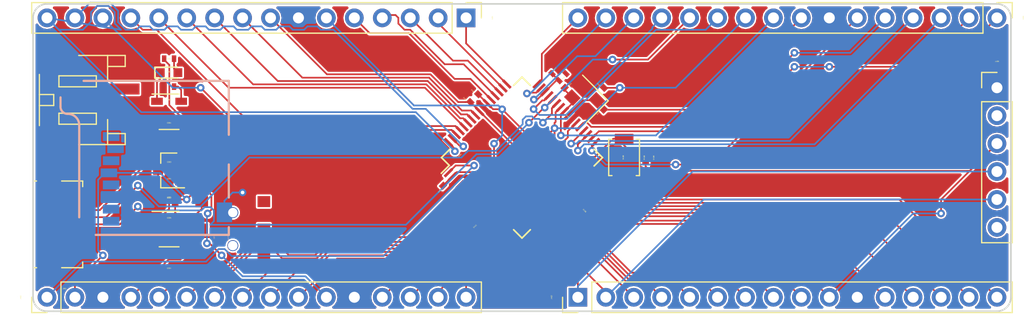
<source format=kicad_pcb>
(kicad_pcb (version 4) (host pcbnew 4.0.6-e0-6349~52~ubuntu16.10.1)
  (layers (0 F.Cu signal) (31 B.Cu signal) (34 B.Paste user) (35 F.Paste user) (36 B.SilkS user) (37 F.SilkS user) (38 B.Mask user) (39 F.Mask user) (44 Edge.Cuts user))
  (net 0 "")
  (net 1 /VIN)
  (net 2 GND)
  (net 3 +3V3)
  (net 4 /VLIPO)
  (net 5 /VBUS+)
  (net 6 /D-)
  (net 7 /D+)
  (net 8 /RX0)
  (net 9 /TX0)
  (net 10 /SCK0)
  (net 11 /CS_SD)
  (net 12 /MISO0)
  (net 13 /MOSI0)
  (net 14 /VBUS-)
  (net 15 /OSC0)
  (net 16 /OSC1)
  (net 17 /STAT-)
  (net 18 /STAT+)
  (net 19 /PROG)
  (net 20 /RESET)
  (net 21 /BYPASS)
  (net 22 /ENABLE)
  (net 23 /VDDC)
  (net 24 "Net-(J701-Pad1)")
  (net 25 "Net-(J701-Pad8)")
  (net 26 /1)
  (net 27 /4)
  (net 28 /5)
  (net 29 /6)
  (net 30 /23)
  (net 31 /24)
  (net 32 /28)
  (net 33 /29)
  (net 34 /30)
  (net 35 /31)
  (net 36 /32)
  (net 37 /33)
  (net 38 /34)
  (net 39 /35)
  (net 40 /36)
  (net 41 /37)
  (net 42 /45)
  (net 43 /47)
  (net 44 /48)
  (net 45 /49)
  (net 46 /50)
  (net 47 /51)
  (net 48 /52)
  (net 49 /53)
  (net 50 /57)
  (net 51 /58)
  (net 52 /59)
  (net 53 /60)
  (net 54 /61)
  (net 55 /62)
  (net 56 /63)
  (net 57 /64)
  (net 58 "Net-(J405-Pad2)")
  (net 59 "Net-(J405-Pad6)")
  (net 60 /7)
  (net 61 /8)
  (net 62 /9)
  (net 63 /10)
  (net 64 /13)
  (net 65 /14)
  (net 66 /15)
  (net 67 /16)
  (module KwanSystems:MICROSD-SOCKET-PP (layer B.Cu) (at -26.651 7.0284 270)
    (fp_text reference J701 (at 0 1.27 270) (layer B.SilkS) (effects (font (size 0.1016 0.1016) (thickness 0.01524)) (justify left bottom mirror)))
    (fp_text value Micro_SD_Card_SPI (at 0 0 270) (layer B.SilkS) (effects (font (size 0.1016 0.1016) (thickness 0.01524)) (justify left bottom mirror)))
    (pad 9 smd rect (at -7.75 0.4 270) (size 1.8 1.4) (layers B.Cu B.Paste B.Mask) (net 2 GND))
    (pad 9 smd rect (at -2.05 0.4 270) (size 1.8 1.4) (layers B.Cu B.Paste B.Mask) (net 2 GND))
    (pad 9 smd rect (at -0.45 13.55 270) (size 1.4 1.9) (layers B.Cu B.Paste B.Mask) (net 2 GND))
    (pad 9 smd rect (at -13.6 14.55 270) (size 1.4 1.9) (layers B.Cu B.Paste B.Mask) (net 2 GND))
    (pad 1 smd rect (at -8.94 10.7 270) (size 0.8 1.5) (layers B.Cu B.Paste B.Mask) (net 24 "Net-(J701-Pad1)"))
    (pad 2 smd rect (at -7.84 10.3 270) (size 0.8 1.5) (layers B.Cu B.Paste B.Mask) (net 11 /CS_SD))
    (pad 3 smd rect (at -6.74 10.7 270) (size 0.8 1.5) (layers B.Cu B.Paste B.Mask) (net 13 /MOSI0))
    (pad 4 smd rect (at -5.64 10.9 270) (size 0.8 1.5) (layers B.Cu B.Paste B.Mask) (net 3 +3V3))
    (pad 5 smd rect (at -4.54 10.7 270) (size 0.8 1.5) (layers B.Cu B.Paste B.Mask) (net 10 /SCK0))
    (pad 6 smd rect (at -3.44 10.9 270) (size 0.8 1.5) (layers B.Cu B.Paste B.Mask) (net 2 GND))
    (pad 7 smd rect (at -2.34 10.7 270) (size 0.8 1.5) (layers B.Cu B.Paste B.Mask) (net 12 /MISO0))
    (pad 8 smd rect (at -1.24 10.7 270) (size 0.8 1.5) (layers B.Cu B.Paste B.Mask) (net 25 "Net-(J701-Pad8)"))
  )
  (module Housings_QFP:LQFP-64_10x10mm_Pitch0.5mm (layer F.Cu) (at 0 0 45)
    (fp_text reference U401 (at -3.84355 -4.130918 45) (layer F.SilkS) (effects (font (size 0.1016 0.1016) (thickness 0.01524))))
    (fp_text value TM4C1232)
    (pad 1 smd rect (at -5.7 -3.75 45) (size 1 0.25) (layers F.Cu F.Paste F.Mask) (net 26 /1))
    (pad 2 smd rect (at -5.7 -3.25 45) (size 1 0.25) (layers F.Cu F.Paste F.Mask) (net 3 +3V3))
    (pad 3 smd rect (at -5.7 -2.75 45) (size 1 0.25) (layers F.Cu F.Paste F.Mask) (net 2 GND))
    (pad 4 smd rect (at -5.7 -2.25 45) (size 1 0.25) (layers F.Cu F.Paste F.Mask) (net 27 /4))
    (pad 5 smd rect (at -5.7 -1.75 45) (size 1 0.25) (layers F.Cu F.Paste F.Mask) (net 28 /5))
    (pad 6 smd rect (at -5.7 -1.25 45) (size 1 0.25) (layers F.Cu F.Paste F.Mask) (net 29 /6))
    (pad 7 smd rect (at -5.7 -0.75 45) (size 1 0.25) (layers F.Cu F.Paste F.Mask) (net 60 /7))
    (pad 8 smd rect (at -5.7 -0.25 45) (size 1 0.25) (layers F.Cu F.Paste F.Mask) (net 61 /8))
    (pad 9 smd rect (at -5.7 0.25 45) (size 1 0.25) (layers F.Cu F.Paste F.Mask) (net 62 /9))
    (pad 10 smd rect (at -5.7 0.75 45) (size 1 0.25) (layers F.Cu F.Paste F.Mask) (net 63 /10))
    (pad 11 smd rect (at -5.7 1.25 45) (size 1 0.25) (layers F.Cu F.Paste F.Mask) (net 3 +3V3))
    (pad 12 smd rect (at -5.7 1.75 45) (size 1 0.25) (layers F.Cu F.Paste F.Mask) (net 2 GND))
    (pad 13 smd rect (at -5.7 2.25 45) (size 1 0.25) (layers F.Cu F.Paste F.Mask) (net 64 /13))
    (pad 14 smd rect (at -5.7 2.75 45) (size 1 0.25) (layers F.Cu F.Paste F.Mask) (net 65 /14))
    (pad 15 smd rect (at -5.7 3.25 45) (size 1 0.25) (layers F.Cu F.Paste F.Mask) (net 66 /15))
    (pad 16 smd rect (at -5.7 3.75 45) (size 1 0.25) (layers F.Cu F.Paste F.Mask) (net 67 /16))
    (pad 17 smd rect (at -3.75 5.7 135) (size 1 0.25) (layers F.Cu F.Paste F.Mask) (net 8 /RX0))
    (pad 18 smd rect (at -3.25 5.7 135) (size 1 0.25) (layers F.Cu F.Paste F.Mask) (net 9 /TX0))
    (pad 19 smd rect (at -2.75 5.7 135) (size 1 0.25) (layers F.Cu F.Paste F.Mask) (net 10 /SCK0))
    (pad 20 smd rect (at -2.25 5.7 135) (size 1 0.25) (layers F.Cu F.Paste F.Mask) (net 11 /CS_SD))
    (pad 21 smd rect (at -1.75 5.7 135) (size 1 0.25) (layers F.Cu F.Paste F.Mask) (net 12 /MISO0))
    (pad 22 smd rect (at -1.25 5.7 135) (size 1 0.25) (layers F.Cu F.Paste F.Mask) (net 13 /MOSI0))
    (pad 23 smd rect (at -0.75 5.7 135) (size 1 0.25) (layers F.Cu F.Paste F.Mask) (net 30 /23))
    (pad 24 smd rect (at -0.25 5.7 135) (size 1 0.25) (layers F.Cu F.Paste F.Mask) (net 31 /24))
    (pad 25 smd rect (at 0.25 5.7 135) (size 1 0.25) (layers F.Cu F.Paste F.Mask) (net 23 /VDDC))
    (pad 26 smd rect (at 0.75 5.7 135) (size 1 0.25) (layers F.Cu F.Paste F.Mask) (net 3 +3V3))
    (pad 27 smd rect (at 1.25 5.7 135) (size 1 0.25) (layers F.Cu F.Paste F.Mask) (net 2 GND))
    (pad 28 smd rect (at 1.75 5.7 135) (size 1 0.25) (layers F.Cu F.Paste F.Mask) (net 32 /28))
    (pad 29 smd rect (at 2.25 5.7 135) (size 1 0.25) (layers F.Cu F.Paste F.Mask) (net 33 /29))
    (pad 30 smd rect (at 2.75 5.7 135) (size 1 0.25) (layers F.Cu F.Paste F.Mask) (net 34 /30))
    (pad 31 smd rect (at 3.25 5.7 135) (size 1 0.25) (layers F.Cu F.Paste F.Mask) (net 35 /31))
    (pad 32 smd rect (at 3.75 5.7 135) (size 1 0.25) (layers F.Cu F.Paste F.Mask) (net 36 /32))
    (pad 33 smd rect (at 5.7 3.75 45) (size 1 0.25) (layers F.Cu F.Paste F.Mask) (net 37 /33))
    (pad 34 smd rect (at 5.7 3.25 45) (size 1 0.25) (layers F.Cu F.Paste F.Mask) (net 38 /34))
    (pad 35 smd rect (at 5.7 2.75 45) (size 1 0.25) (layers F.Cu F.Paste F.Mask) (net 39 /35))
    (pad 36 smd rect (at 5.7 2.25 45) (size 1 0.25) (layers F.Cu F.Paste F.Mask) (net 40 /36))
    (pad 37 smd rect (at 5.7 1.75 45) (size 1 0.25) (layers F.Cu F.Paste F.Mask) (net 41 /37))
    (pad 38 smd rect (at 5.7 1.25 45) (size 1 0.25) (layers F.Cu F.Paste F.Mask) (net 20 /RESET))
    (pad 39 smd rect (at 5.7 0.75 45) (size 1 0.25) (layers F.Cu F.Paste F.Mask) (net 2 GND))
    (pad 40 smd rect (at 5.7 0.25 45) (size 1 0.25) (layers F.Cu F.Paste F.Mask) (net 15 /OSC0))
    (pad 41 smd rect (at 5.7 -0.25 45) (size 1 0.25) (layers F.Cu F.Paste F.Mask) (net 16 /OSC1))
    (pad 42 smd rect (at 5.7 -0.75 45) (size 1 0.25) (layers F.Cu F.Paste F.Mask) (net 3 +3V3))
    (pad 43 smd rect (at 5.7 -1.25 45) (size 1 0.25) (layers F.Cu F.Paste F.Mask) (net 6 /D-))
    (pad 44 smd rect (at 5.7 -1.75 45) (size 1 0.25) (layers F.Cu F.Paste F.Mask) (net 7 /D+))
    (pad 45 smd rect (at 5.7 -2.25 45) (size 1 0.25) (layers F.Cu F.Paste F.Mask) (net 42 /45))
    (pad 46 smd rect (at 5.7 -2.75 45) (size 1 0.25) (layers F.Cu F.Paste F.Mask) (net 14 /VBUS-))
    (pad 47 smd rect (at 5.7 -3.25 45) (size 1 0.25) (layers F.Cu F.Paste F.Mask) (net 43 /47))
    (pad 48 smd rect (at 5.7 -3.75 45) (size 1 0.25) (layers F.Cu F.Paste F.Mask) (net 44 /48))
    (pad 49 smd rect (at 3.75 -5.7 135) (size 1 0.25) (layers F.Cu F.Paste F.Mask) (net 45 /49))
    (pad 50 smd rect (at 3.25 -5.7 135) (size 1 0.25) (layers F.Cu F.Paste F.Mask) (net 46 /50))
    (pad 51 smd rect (at 2.75 -5.7 135) (size 1 0.25) (layers F.Cu F.Paste F.Mask) (net 47 /51))
    (pad 52 smd rect (at 2.25 -5.7 135) (size 1 0.25) (layers F.Cu F.Paste F.Mask) (net 48 /52))
    (pad 53 smd rect (at 1.75 -5.7 135) (size 1 0.25) (layers F.Cu F.Paste F.Mask) (net 49 /53))
    (pad 54 smd rect (at 1.25 -5.7 135) (size 1 0.25) (layers F.Cu F.Paste F.Mask) (net 3 +3V3))
    (pad 55 smd rect (at 0.75 -5.7 135) (size 1 0.25) (layers F.Cu F.Paste F.Mask) (net 2 GND))
    (pad 56 smd rect (at 0.25 -5.7 135) (size 1 0.25) (layers F.Cu F.Paste F.Mask) (net 23 /VDDC))
    (pad 57 smd rect (at -0.25 -5.7 135) (size 1 0.25) (layers F.Cu F.Paste F.Mask) (net 50 /57))
    (pad 58 smd rect (at -0.75 -5.7 135) (size 1 0.25) (layers F.Cu F.Paste F.Mask) (net 51 /58))
    (pad 59 smd rect (at -1.25 -5.7 135) (size 1 0.25) (layers F.Cu F.Paste F.Mask) (net 52 /59))
    (pad 60 smd rect (at -1.75 -5.7 135) (size 1 0.25) (layers F.Cu F.Paste F.Mask) (net 53 /60))
    (pad 61 smd rect (at -2.25 -5.7 135) (size 1 0.25) (layers F.Cu F.Paste F.Mask) (net 54 /61))
    (pad 62 smd rect (at -2.75 -5.7 135) (size 1 0.25) (layers F.Cu F.Paste F.Mask) (net 55 /62))
    (pad 63 smd rect (at -3.25 -5.7 135) (size 1 0.25) (layers F.Cu F.Paste F.Mask) (net 56 /63))
    (pad 64 smd rect (at -3.75 -5.7 135) (size 1 0.25) (layers F.Cu F.Paste F.Mask) (net 57 /64))
  )
  (module TO_SOT_Packages_SMD:SOT-23-5 (layer F.Cu) (at -32.0802 6.5024)
    (fp_text reference U201 (at 0 -2.9) (layer F.SilkS) (effects (font (size 0.1016 0.1016) (thickness 0.01524))))
    (fp_text value MIC5319-3.3)
    (pad 1 smd rect (at -1.1 -0.95) (size 1.06 0.65) (layers F.Cu F.Paste F.Mask) (net 1 /VIN))
    (pad 2 smd rect (at -1.1 0) (size 1.06 0.65) (layers F.Cu F.Paste F.Mask) (net 2 GND))
    (pad 3 smd rect (at -1.1 0.95) (size 1.06 0.65) (layers F.Cu F.Paste F.Mask) (net 22 /ENABLE))
    (pad 4 smd rect (at 1.1 0.95) (size 1.06 0.65) (layers F.Cu F.Paste F.Mask) (net 21 /BYPASS))
    (pad 5 smd rect (at 1.1 -0.95) (size 1.06 0.65) (layers F.Cu F.Paste F.Mask) (net 3 +3V3))
  )
  (module Capacitors_SMD:C_0402_NoSilk (layer F.Cu) (at -32.0802 3.2004)
    (fp_text reference C201 (at 0 -1.27) (layer F.SilkS) (effects (font (size 0.1016 0.1016) (thickness 0.01524))))
    (fp_text value 4.7uF)
    (pad 1 smd rect (at -0.55 0) (size 0.6 0.5) (layers F.Cu F.Paste F.Mask) (net 1 /VIN))
    (pad 2 smd rect (at 0.55 0) (size 0.6 0.5) (layers F.Cu F.Paste F.Mask) (net 2 GND))
  )
  (module Capacitors_SMD:C_0402_NoSilk (layer F.Cu) (at -32.0802 8.7884 180)
    (fp_text reference C204 (at 0 -1.27 180) (layer F.SilkS) (effects (font (size 0.1016 0.1016) (thickness 0.01524))))
    (fp_text value 100nF)
    (pad 1 smd rect (at -0.55 0 180) (size 0.6 0.5) (layers F.Cu F.Paste F.Mask) (net 21 /BYPASS))
    (pad 2 smd rect (at 0.55 0 180) (size 0.6 0.5) (layers F.Cu F.Paste F.Mask) (net 2 GND))
  )
  (module Capacitors_SMD:C_0402_NoSilk (layer F.Cu) (at -32.0802 4.2164 180)
    (fp_text reference C205 (at 0 -1.27 180) (layer F.SilkS) (effects (font (size 0.1016 0.1016) (thickness 0.01524))))
    (fp_text value 4.7uF)
    (pad 1 smd rect (at -0.55 0 180) (size 0.6 0.5) (layers F.Cu F.Paste F.Mask) (net 3 +3V3))
    (pad 2 smd rect (at 0.55 0 180) (size 0.6 0.5) (layers F.Cu F.Paste F.Mask) (net 2 GND))
  )
  (module Capacitors_SMD:C_0402_NoSilk (layer F.Cu) (at -32.0802 -0.8636 180)
    (fp_text reference C303 (at 0 -1.27 180) (layer F.SilkS) (effects (font (size 0.1016 0.1016) (thickness 0.01524))))
    (fp_text value 4.7uF)
    (pad 1 smd rect (at -0.55 0 180) (size 0.6 0.5) (layers F.Cu F.Paste F.Mask) (net 4 /VLIPO))
    (pad 2 smd rect (at 0.55 0 180) (size 0.6 0.5) (layers F.Cu F.Paste F.Mask) (net 2 GND))
  )
  (module Capacitors_SMD:C_0402_NoSilk (layer F.Cu) (at -32.0802 -1.8796)
    (fp_text reference C304 (at 0 -1.27) (layer F.SilkS) (effects (font (size 0.1016 0.1016) (thickness 0.01524))))
    (fp_text value 4.7uF)
    (pad 1 smd rect (at -0.55 0) (size 0.6 0.5) (layers F.Cu F.Paste F.Mask) (net 2 GND))
    (pad 2 smd rect (at 0.55 0) (size 0.6 0.5) (layers F.Cu F.Paste F.Mask) (net 5 /VBUS+))
  )
  (module Capacitors_SMD:C_0402_NoSilk (layer F.Cu) (at -7.5692 2.9464 225)
    (fp_text reference C402 (at -0.017961 -0.125724 225) (layer F.SilkS) (effects (font (size 0.1016 0.1016) (thickness 0.01524))))
    (fp_text value 100nF)
    (pad 1 smd rect (at -0.55 0 225) (size 0.6 0.5) (layers F.Cu F.Paste F.Mask) (net 3 +3V3))
    (pad 2 smd rect (at 0.55 0 225) (size 0.6 0.5) (layers F.Cu F.Paste F.Mask) (net 2 GND))
  )
  (module Capacitors_SMD:C_0402_NoSilk (layer F.Cu) (at -4.3688 6.1468 225)
    (fp_text reference C411 (at 0 -0.143684 225) (layer F.SilkS) (effects (font (size 0.1016 0.1016) (thickness 0.01524))))
    (fp_text value 100nF)
    (pad 1 smd rect (at -0.55 0 225) (size 0.6 0.5) (layers F.Cu F.Paste F.Mask) (net 3 +3V3))
    (pad 2 smd rect (at 0.55 0 225) (size 0.6 0.5) (layers F.Cu F.Paste F.Mask) (net 2 GND))
  )
  (module Capacitors_SMD:C_0402_NoSilk (layer F.Cu) (at 5.7912 4.7244 315)
    (fp_text reference C426 (at 0 0.143684 315) (layer F.SilkS) (effects (font (size 0.1016 0.1016) (thickness 0.01524))))
    (fp_text value 100nF)
    (pad 1 smd rect (at -0.55 0 315) (size 0.6 0.5) (layers F.Cu F.Paste F.Mask) (net 3 +3V3))
    (pad 2 smd rect (at 0.55 0 315) (size 0.6 0.5) (layers F.Cu F.Paste F.Mask) (net 2 GND))
  )
  (module Capacitors_SMD:C_0402_NoSilk (layer F.Cu) (at 12.0777 0 90)
    (fp_text reference C438 (at -0.0254 -0.1016 90) (layer F.SilkS) (effects (font (size 0.1016 0.1016) (thickness 0.01524))))
    (fp_text value 100nF)
    (pad 1 smd rect (at -0.55 0 90) (size 0.6 0.5) (layers F.Cu F.Paste F.Mask) (net 2 GND))
    (pad 2 smd rect (at 0.55 0 90) (size 0.6 0.5) (layers F.Cu F.Paste F.Mask) (net 20 /RESET))
  )
  (module Capacitors_SMD:C_0402_NoSilk (layer F.Cu) (at 7.0612 -3.9624 45)
    (fp_text reference C440 (at -0.01251 -0.134362 45) (layer F.SilkS) (effects (font (size 0.1016 0.1016) (thickness 0.01524))))
    (fp_text value 22pF)
    (pad 1 smd rect (at -0.55 0 45) (size 0.6 0.5) (layers F.Cu F.Paste F.Mask) (net 2 GND))
    (pad 2 smd rect (at 0.55 0 45) (size 0.6 0.5) (layers F.Cu F.Paste F.Mask) (net 15 /OSC0))
  )
  (module Capacitors_SMD:C_0402_NoSilk (layer F.Cu) (at 4.2672 -6.731 225)
    (fp_text reference C441 (at 0 -0.143684 225) (layer F.SilkS) (effects (font (size 0.1016 0.1016) (thickness 0.01524))))
    (fp_text value 22pF)
    (pad 1 smd rect (at -0.55 0 225) (size 0.6 0.5) (layers F.Cu F.Paste F.Mask) (net 2 GND))
    (pad 2 smd rect (at 0.55 0 225) (size 0.6 0.5) (layers F.Cu F.Paste F.Mask) (net 16 /OSC1))
  )
  (module Capacitors_SMD:C_0402_NoSilk (layer F.Cu) (at 7.0612 -6.731 135)
    (fp_text reference C442 (at -0.018038 -0.13951 135) (layer F.SilkS) (effects (font (size 0.1016 0.1016) (thickness 0.01524))))
    (fp_text value 100nF)
    (pad 1 smd rect (at -0.55 0 135) (size 0.6 0.5) (layers F.Cu F.Paste F.Mask) (net 3 +3V3))
    (pad 2 smd rect (at 0.55 0 135) (size 0.6 0.5) (layers F.Cu F.Paste F.Mask) (net 2 GND))
  )
  (module Capacitors_SMD:C_0402_NoSilk (layer F.Cu) (at -4.3688 -6.1468 135)
    (fp_text reference C454 (at 0 -0.143684 135) (layer F.SilkS) (effects (font (size 0.1016 0.1016) (thickness 0.01524))))
    (fp_text value 100nF)
    (pad 1 smd rect (at -0.55 0 135) (size 0.6 0.5) (layers F.Cu F.Paste F.Mask) (net 3 +3V3))
    (pad 2 smd rect (at 0.55 0 135) (size 0.6 0.5) (layers F.Cu F.Paste F.Mask) (net 2 GND))
  )
  (module Capacitors_SMD:C_0402_NoSilk (layer F.Cu) (at -5.08 -5.4356 135)
    (fp_text reference C456 (at 0 -0.143684 135) (layer F.SilkS) (effects (font (size 0.1016 0.1016) (thickness 0.01524))))
    (fp_text value 3.3uF)
    (pad 1 smd rect (at -0.55 0 135) (size 0.6 0.5) (layers F.Cu F.Paste F.Mask) (net 23 /VDDC))
    (pad 2 smd rect (at 0.55 0 135) (size 0.6 0.5) (layers F.Cu F.Paste F.Mask) (net 2 GND))
  )
  (module LEDs:LED_0603 (layer F.Cu) (at -32.0802 -7.7216)
    (fp_text reference D301 (at 0 -1.25) (layer F.SilkS) (effects (font (size 0.1016 0.1016) (thickness 0.01524))))
    (fp_text value Yellow)
    (pad 2 smd rect (at 0.8 0 180) (size 0.8 0.8) (layers F.Cu F.Paste F.Mask) (net 18 /STAT+))
    (pad 1 smd rect (at -0.8 0 180) (size 0.8 0.8) (layers F.Cu F.Paste F.Mask) (net 17 /STAT-))
  )
  (module TO_SOT_Packages_SMD:SOT-23 (layer F.Cu) (at -32.0802 1.1684 180)
    (fp_text reference D302 (at 0 -2.5 180) (layer F.SilkS) (effects (font (size 0.1016 0.1016) (thickness 0.01524))))
    (fp_text value PMEG2005CT)
    (pad 1 smd rect (at -1 -0.95 180) (size 0.9 0.8) (layers F.Cu F.Paste F.Mask) (net 5 /VBUS+))
    (pad 2 smd rect (at -1 0.95 180) (size 0.9 0.8) (layers F.Cu F.Paste F.Mask) (net 4 /VLIPO))
    (pad 3 smd rect (at 1 0 180) (size 0.9 0.8) (layers F.Cu F.Paste F.Mask) (net 1 /VIN))
  )
  (module Connectors_Molex:USB_Micro-B_Molex_47346-0001 (layer F.Cu) (at -41.656 6.0706)
    (fp_text reference J001 (at 0.07 5.84 180) (layer F.SilkS) (effects (font (size 0.1016 0.1016) (thickness 0.01524))))
    (fp_text value USB_OTG)
    (pad 1 smd rect (at 1.33 -1.3) (size 1.38 0.45) (layers F.Cu F.Paste F.Mask) (net 5 /VBUS+))
    (pad 2 smd rect (at 1.33 -0.65) (size 1.38 0.45) (layers F.Cu F.Paste F.Mask) (net 6 /D-))
    (pad 3 smd rect (at 1.33 0) (size 1.38 0.45) (layers F.Cu F.Paste F.Mask) (net 7 /D+))
    (pad 4 smd rect (at 1.33 0.65) (size 1.38 0.45) (layers F.Cu F.Paste F.Mask) (net 2 GND))
    (pad 5 smd rect (at 1.33 1.3) (size 1.38 0.45) (layers F.Cu F.Paste F.Mask) (net 2 GND))
    (pad 6 smd rect (at 0.97 -2.4625) (size 2.1 1.475) (layers F.Cu F.Paste F.Mask) (net 2 GND))
    (pad 6 smd rect (at 0.97 2.4625) (size 2.1 1.475) (layers F.Cu F.Paste F.Mask) (net 2 GND))
    (pad 6 smd rect (at -1.33 -2.91) (size 1.9 2.375) (layers F.Cu F.Paste F.Mask) (net 2 GND))
    (pad 6 smd rect (at -1.33 2.91) (size 1.9 2.375) (layers F.Cu F.Paste F.Mask) (net 2 GND))
    (pad 6 smd rect (at -1.33 -0.84) (size 1.9 1.175) (layers F.Cu F.Paste F.Mask) (net 2 GND))
    (pad 6 smd rect (at -1.33 0.84) (size 1.9 1.175) (layers F.Cu F.Paste F.Mask) (net 2 GND))
  )
  (module Connectors_JST:JST_PH_S2B-PH-SM4-TB_02x2.00mm_Angled (layer F.Cu) (at -39.3954 -5.2324 270)
    (fp_text reference J301 (at 0 -5.625 270) (layer F.SilkS) (effects (font (size 0.1016 0.1016) (thickness 0.01524))))
    (fp_text value Battery_Cell)
    (pad 1 smd rect (at -1 -2.875 270) (size 1 3.5) (layers F.Cu F.Paste F.Mask) (net 4 /VLIPO))
    (pad 2 smd rect (at 1 -2.875 270) (size 1 3.5) (layers F.Cu F.Paste F.Mask) (net 2 GND))
    (pad 2 smd rect (at -3.35 2.875 270) (size 1.5 3.4) (layers F.Cu F.Paste F.Mask) (net 2 GND))
    (pad 2 smd rect (at 3.35 2.875 270) (size 1.5 3.4) (layers F.Cu F.Paste F.Mask) (net 2 GND))
  )
  (module Pin_Headers:Pin_Header_Straight_1x06_Pitch2.54mm (layer F.Cu) (at 43.18 -6.35)
    (fp_text reference J405 (at 0 -2.39) (layer F.SilkS) (effects (font (size 0.1016 0.1016) (thickness 0.01524))))
    (fp_text value CONN_01X06)
    (pad 1 thru_hole rect (at 0 0) (size 1.7 1.7) (drill 1) (layers *.Cu *.Mask) (net 2 GND))
    (pad 2 thru_hole oval (at 0 2.54) (size 1.7 1.7) (drill 1) (layers *.Cu *.Mask) (net 58 "Net-(J405-Pad2)"))
    (pad 3 thru_hole oval (at 0 5.08) (size 1.7 1.7) (drill 1) (layers *.Cu *.Mask) (net 3 +3V3))
    (pad 4 thru_hole oval (at 0 7.62) (size 1.7 1.7) (drill 1) (layers *.Cu *.Mask) (net 8 /RX0))
    (pad 5 thru_hole oval (at 0 10.16) (size 1.7 1.7) (drill 1) (layers *.Cu *.Mask) (net 9 /TX0))
    (pad 6 thru_hole oval (at 0 12.7) (size 1.7 1.7) (drill 1) (layers *.Cu *.Mask) (net 59 "Net-(J405-Pad6)"))
  )
  (module Buttons_Switches_SMD:SW_SPST_B3U-1000P (layer F.Cu) (at 9.2837 -0.0127 90)
    (fp_text reference S438 (at 0 -0.0762 90) (layer F.SilkS) (effects (font (size 0.1016 0.1016) (thickness 0.01524))))
    (fp_text value SW_Push)
    (pad 1 smd rect (at -1.7 0 90) (size 0.9 1.7) (layers F.Cu F.Paste F.Mask) (net 2 GND))
    (pad 2 smd rect (at 1.7 0 90) (size 0.9 1.7) (layers F.Cu F.Paste F.Mask) (net 20 /RESET))
  )
  (module TO_SOT_Packages_SMD:SOT-23-5 (layer F.Cu) (at -32.0802 -4.1656)
    (fp_text reference U301 (at 0 -2.9) (layer F.SilkS) (effects (font (size 0.1016 0.1016) (thickness 0.01524))))
    (fp_text value MCP73831)
    (pad 1 smd rect (at -1.1 -0.95) (size 1.06 0.65) (layers F.Cu F.Paste F.Mask) (net 17 /STAT-))
    (pad 2 smd rect (at -1.1 0) (size 1.06 0.65) (layers F.Cu F.Paste F.Mask) (net 2 GND))
    (pad 3 smd rect (at -1.1 0.95) (size 1.06 0.65) (layers F.Cu F.Paste F.Mask) (net 4 /VLIPO))
    (pad 4 smd rect (at 1.1 0.95) (size 1.06 0.65) (layers F.Cu F.Paste F.Mask) (net 5 /VBUS+))
    (pad 5 smd rect (at 1.1 -0.95) (size 1.06 0.65) (layers F.Cu F.Paste F.Mask) (net 19 /PROG))
  )
  (module Crystals:Crystal_SMD_2520-4pin_2.5x2.0mm (layer F.Cu) (at 5.6896 -5.334 135)
    (fp_text reference Y440 (at 0 -2.2 135) (layer F.SilkS) (effects (font (size 0.1016 0.1016) (thickness 0.01524))))
    (fp_text value 25MHz)
    (pad 1 smd rect (at -0.875 0.7 135) (size 1.15 1) (layers F.Cu F.Mask) (net 15 /OSC0))
    (pad 2 smd rect (at 0.875 0.7 135) (size 1.15 1) (layers F.Cu F.Mask) (net 2 GND))
    (pad 3 smd rect (at 0.875 -0.7 135) (size 1.15 1) (layers F.Cu F.Mask) (net 16 /OSC1))
    (pad 4 smd rect (at -0.875 -0.7 135) (size 1.15 1) (layers F.Cu F.Mask) (net 2 GND))
  )
  (module Resistors_SMD:R_0402_NoSilk (layer F.Cu) (at -32.0802 -8.9916 180)
    (fp_text reference R304 (at 0 -1.2 180) (layer F.SilkS) (effects (font (size 0.1016 0.1016) (thickness 0.01524))))
    (fp_text value 10k)
    (pad 1 smd rect (at -0.45 0 180) (size 0.4 0.6) (layers F.Cu F.Paste F.Mask) (net 18 /STAT+))
    (pad 2 smd rect (at 0.45 0 180) (size 0.4 0.6) (layers F.Cu F.Paste F.Mask) (net 5 /VBUS+))
  )
  (module Resistors_SMD:R_0402_NoSilk (layer F.Cu) (at -32.0802 -6.4516 180)
    (fp_text reference R305 (at 0 -1.2 180) (layer F.SilkS) (effects (font (size 0.1016 0.1016) (thickness 0.01524))))
    (fp_text value 10k)
    (pad 1 smd rect (at -0.45 0 180) (size 0.4 0.6) (layers F.Cu F.Paste F.Mask) (net 19 /PROG))
    (pad 2 smd rect (at 0.45 0 180) (size 0.4 0.6) (layers F.Cu F.Paste F.Mask) (net 2 GND))
  )
  (module Resistors_SMD:R_0402_NoSilk (layer F.Cu) (at 11.2395 0 90)
    (fp_text reference R438 (at -0.01289 -0.119638 90) (layer F.SilkS) (effects (font (size 0.1016 0.1016) (thickness 0.01524))))
    (fp_text value 10k)
    (pad 1 smd rect (at -0.45 0 90) (size 0.4 0.6) (layers F.Cu F.Paste F.Mask) (net 3 +3V3))
    (pad 2 smd rect (at 0.45 0 90) (size 0.4 0.6) (layers F.Cu F.Paste F.Mask) (net 20 /RESET))
  )
  (module Resistors_SMD:R_0402_NoSilk (layer F.Cu) (at 3.683 -7.3152 225)
    (fp_text reference R446 (at 0.021601 -0.111672 225) (layer F.SilkS) (effects (font (size 0.1016 0.1016) (thickness 0.01524))))
    (fp_text value 10k)
    (pad 1 smd rect (at -0.45 0 225) (size 0.4 0.6) (layers F.Cu F.Paste F.Mask) (net 5 /VBUS+))
    (pad 2 smd rect (at 0.45 0 225) (size 0.4 0.6) (layers F.Cu F.Paste F.Mask) (net 14 /VBUS-))
  )
  (module Resistors_SMD:R_0402_NoSilk (layer F.Cu) (at 3.048 -7.9502 45)
    (fp_text reference R447 (at 0.021601 -0.111672 45) (layer F.SilkS) (effects (font (size 0.1016 0.1016) (thickness 0.01524))))
    (fp_text value 22k)
    (pad 1 smd rect (at -0.45 0 45) (size 0.4 0.6) (layers F.Cu F.Paste F.Mask) (net 14 /VBUS-))
    (pad 2 smd rect (at 0.45 0 45) (size 0.4 0.6) (layers F.Cu F.Paste F.Mask) (net 2 GND))
  )
  (module KwanSystems:SWITCH_DPDT_AZY0202 (layer F.Cu) (at -26.289 6.5024 90)
    (fp_text reference S203 hide)
    (fp_text value SW_DPDT_x2 hide)
    (pad "" np_thru_hole circle (at -1.5 0 90) (size 1 1) (drill 0.85) (layers *.Cu *.Mask))
    (pad 4 smd rect (at -2.5 2.825 90) (size 1 1.15) (layers F.Cu F.Paste F.Mask))
    (pad 5 smd rect (at 0 2.825 90) (size 1 1.15) (layers F.Cu F.Paste F.Mask))
    (pad 3 smd rect (at 2.5 -2.825 90) (size 1 1.15) (layers F.Cu F.Paste F.Mask) (net 1 /VIN))
    (pad 6 smd rect (at 2.5 2.825 90) (size 1 1.15) (layers F.Cu F.Paste F.Mask))
    (pad 2 smd rect (at 0 -2.825 90) (size 1 1.15) (layers F.Cu F.Paste F.Mask) (net 22 /ENABLE))
    (pad 1 smd rect (at -2.5 -2.825 90) (size 1 1.15) (layers F.Cu F.Paste F.Mask) (net 2 GND))
    (pad "" np_thru_hole circle (at 1.5 0 90) (size 1 1) (drill 0.85) (layers *.Cu *.Mask))
  )
  (module Pin_Headers:Pin_Header_Straight_1x16_Pitch2.54mm (layer F.Cu) (at 5.08 12.7 90)
    (fp_text reference J402 (at 0 -2.39 90) (layer F.SilkS) (effects (font (size 0.1016 0.1016) (thickness 0.01524))))
    (fp_text value CONN_01X16)
    (pad 1 thru_hole rect (at 0 0 90) (size 1.7 1.7) (drill 1) (layers *.Cu *.Mask) (net 8 /RX0))
    (pad 2 thru_hole oval (at 0 2.54 90) (size 1.7 1.7) (drill 1) (layers *.Cu *.Mask) (net 9 /TX0))
    (pad 3 thru_hole oval (at 0 5.08 90) (size 1.7 1.7) (drill 1) (layers *.Cu *.Mask) (net 10 /SCK0))
    (pad 4 thru_hole oval (at 0 7.62 90) (size 1.7 1.7) (drill 1) (layers *.Cu *.Mask) (net 11 /CS_SD))
    (pad 5 thru_hole oval (at 0 10.16 90) (size 1.7 1.7) (drill 1) (layers *.Cu *.Mask) (net 12 /MISO0))
    (pad 6 thru_hole oval (at 0 12.7 90) (size 1.7 1.7) (drill 1) (layers *.Cu *.Mask) (net 13 /MOSI0))
    (pad 7 thru_hole oval (at 0 15.24 90) (size 1.7 1.7) (drill 1) (layers *.Cu *.Mask) (net 30 /23))
    (pad 8 thru_hole oval (at 0 17.78 90) (size 1.7 1.7) (drill 1) (layers *.Cu *.Mask) (net 31 /24))
    (pad 9 thru_hole oval (at 0 20.32 90) (size 1.7 1.7) (drill 1) (layers *.Cu *.Mask) (net 23 /VDDC))
    (pad 10 thru_hole oval (at 0 22.86 90) (size 1.7 1.7) (drill 1) (layers *.Cu *.Mask) (net 3 +3V3))
    (pad 11 thru_hole oval (at 0 25.4 90) (size 1.7 1.7) (drill 1) (layers *.Cu *.Mask) (net 2 GND))
    (pad 12 thru_hole oval (at 0 27.94 90) (size 1.7 1.7) (drill 1) (layers *.Cu *.Mask) (net 32 /28))
    (pad 13 thru_hole oval (at 0 30.48 90) (size 1.7 1.7) (drill 1) (layers *.Cu *.Mask) (net 33 /29))
    (pad 14 thru_hole oval (at 0 33.02 90) (size 1.7 1.7) (drill 1) (layers *.Cu *.Mask) (net 34 /30))
    (pad 15 thru_hole oval (at 0 35.56 90) (size 1.7 1.7) (drill 1) (layers *.Cu *.Mask) (net 35 /31))
    (pad 16 thru_hole oval (at 0 38.1 90) (size 1.7 1.7) (drill 1) (layers *.Cu *.Mask) (net 36 /32))
  )
  (module Pin_Headers:Pin_Header_Straight_1x16_Pitch2.54mm (layer F.Cu) (at 43.18 -12.7 270)
    (fp_text reference J403 (at 0 -2.39 270) (layer F.SilkS) (effects (font (size 0.1016 0.1016) (thickness 0.01524))))
    (fp_text value CONN_01X16)
    (pad 1 thru_hole circle (at 0 0 270) (size 1.7 1.7) (drill 1) (layers *.Cu *.Mask) (net 37 /33))
    (pad 2 thru_hole oval (at 0 2.54 270) (size 1.7 1.7) (drill 1) (layers *.Cu *.Mask) (net 38 /34))
    (pad 3 thru_hole oval (at 0 5.08 270) (size 1.7 1.7) (drill 1) (layers *.Cu *.Mask) (net 39 /35))
    (pad 4 thru_hole oval (at 0 7.62 270) (size 1.7 1.7) (drill 1) (layers *.Cu *.Mask) (net 40 /36))
    (pad 5 thru_hole oval (at 0 10.16 270) (size 1.7 1.7) (drill 1) (layers *.Cu *.Mask) (net 41 /37))
    (pad 6 thru_hole oval (at 0 12.7 270) (size 1.7 1.7) (drill 1) (layers *.Cu *.Mask) (net 20 /RESET))
    (pad 7 thru_hole oval (at 0 15.24 270) (size 1.7 1.7) (drill 1) (layers *.Cu *.Mask) (net 2 GND))
    (pad 8 thru_hole oval (at 0 17.78 270) (size 1.7 1.7) (drill 1) (layers *.Cu *.Mask) (net 15 /OSC0))
    (pad 9 thru_hole oval (at 0 20.32 270) (size 1.7 1.7) (drill 1) (layers *.Cu *.Mask) (net 16 /OSC1))
    (pad 10 thru_hole oval (at 0 22.86 270) (size 1.7 1.7) (drill 1) (layers *.Cu *.Mask) (net 3 +3V3))
    (pad 11 thru_hole oval (at 0 25.4 270) (size 1.7 1.7) (drill 1) (layers *.Cu *.Mask) (net 6 /D-))
    (pad 12 thru_hole oval (at 0 27.94 270) (size 1.7 1.7) (drill 1) (layers *.Cu *.Mask) (net 7 /D+))
    (pad 13 thru_hole oval (at 0 30.48 270) (size 1.7 1.7) (drill 1) (layers *.Cu *.Mask) (net 42 /45))
    (pad 14 thru_hole oval (at 0 33.02 270) (size 1.7 1.7) (drill 1) (layers *.Cu *.Mask) (net 14 /VBUS-))
    (pad 15 thru_hole oval (at 0 35.56 270) (size 1.7 1.7) (drill 1) (layers *.Cu *.Mask) (net 43 /47))
    (pad 16 thru_hole oval (at 0 38.1 270) (size 1.7 1.7) (drill 1) (layers *.Cu *.Mask) (net 44 /48))
  )
  (module Pin_Headers:Pin_Header_Straight_1x16_Pitch2.54mm (layer F.Cu) (at -5.08 -12.7 270)
    (fp_text reference J404 (at 0 -2.39 270) (layer F.SilkS) (effects (font (size 0.1016 0.1016) (thickness 0.01524))))
    (fp_text value CONN_01X16)
    (pad 1 thru_hole rect (at 0 0 270) (size 1.7 1.7) (drill 1) (layers *.Cu *.Mask) (net 45 /49))
    (pad 2 thru_hole oval (at 0 2.54 270) (size 1.7 1.7) (drill 1) (layers *.Cu *.Mask) (net 46 /50))
    (pad 3 thru_hole oval (at 0 5.08 270) (size 1.7 1.7) (drill 1) (layers *.Cu *.Mask) (net 47 /51))
    (pad 4 thru_hole oval (at 0 7.62 270) (size 1.7 1.7) (drill 1) (layers *.Cu *.Mask) (net 48 /52))
    (pad 5 thru_hole oval (at 0 10.16 270) (size 1.7 1.7) (drill 1) (layers *.Cu *.Mask) (net 49 /53))
    (pad 6 thru_hole oval (at 0 12.7 270) (size 1.7 1.7) (drill 1) (layers *.Cu *.Mask) (net 3 +3V3))
    (pad 7 thru_hole oval (at 0 15.24 270) (size 1.7 1.7) (drill 1) (layers *.Cu *.Mask) (net 2 GND))
    (pad 8 thru_hole oval (at 0 17.78 270) (size 1.7 1.7) (drill 1) (layers *.Cu *.Mask) (net 23 /VDDC))
    (pad 9 thru_hole oval (at 0 20.32 270) (size 1.7 1.7) (drill 1) (layers *.Cu *.Mask) (net 50 /57))
    (pad 10 thru_hole oval (at 0 22.86 270) (size 1.7 1.7) (drill 1) (layers *.Cu *.Mask) (net 51 /58))
    (pad 11 thru_hole oval (at 0 25.4 270) (size 1.7 1.7) (drill 1) (layers *.Cu *.Mask) (net 52 /59))
    (pad 12 thru_hole oval (at 0 27.94 270) (size 1.7 1.7) (drill 1) (layers *.Cu *.Mask) (net 53 /60))
    (pad 13 thru_hole oval (at 0 30.48 270) (size 1.7 1.7) (drill 1) (layers *.Cu *.Mask) (net 54 /61))
    (pad 14 thru_hole oval (at 0 33.02 270) (size 1.7 1.7) (drill 1) (layers *.Cu *.Mask) (net 55 /62))
    (pad 15 thru_hole oval (at 0 35.56 270) (size 1.7 1.7) (drill 1) (layers *.Cu *.Mask) (net 56 /63))
    (pad 16 thru_hole oval (at 0 38.1 270) (size 1.7 1.7) (drill 1) (layers *.Cu *.Mask) (net 57 /64))
  )
  (module Pin_Headers:Pin_Header_Straight_1x16_Pitch2.54mm (layer F.Cu) (at -43.18 12.7 90)
    (fp_text reference J401 (at 0 -2.39 90) (layer F.SilkS) (effects (font (size 0.1016 0.1016) (thickness 0.01524))))
    (fp_text value CONN_01X16)
    (pad 1 thru_hole circle (at 0 0 90) (size 1.7 1.7) (drill 1) (layers *.Cu *.Mask) (net 26 /1))
    (pad 2 thru_hole oval (at 0 2.54 90) (size 1.7 1.7) (drill 1) (layers *.Cu *.Mask) (net 3 +3V3))
    (pad 3 thru_hole oval (at 0 5.08 90) (size 1.7 1.7) (drill 1) (layers *.Cu *.Mask) (net 2 GND))
    (pad 4 thru_hole oval (at 0 7.62 90) (size 1.7 1.7) (drill 1) (layers *.Cu *.Mask) (net 27 /4))
    (pad 5 thru_hole oval (at 0 10.16 90) (size 1.7 1.7) (drill 1) (layers *.Cu *.Mask) (net 28 /5))
    (pad 6 thru_hole oval (at 0 12.7 90) (size 1.7 1.7) (drill 1) (layers *.Cu *.Mask) (net 29 /6))
    (pad 7 thru_hole oval (at 0 15.24 90) (size 1.7 1.7) (drill 1) (layers *.Cu *.Mask) (net 60 /7))
    (pad 8 thru_hole oval (at 0 17.78 90) (size 1.7 1.7) (drill 1) (layers *.Cu *.Mask) (net 61 /8))
    (pad 9 thru_hole oval (at 0 20.32 90) (size 1.7 1.7) (drill 1) (layers *.Cu *.Mask) (net 62 /9))
    (pad 10 thru_hole oval (at 0 22.86 90) (size 1.7 1.7) (drill 1) (layers *.Cu *.Mask) (net 63 /10))
    (pad 11 thru_hole oval (at 0 25.4 90) (size 1.7 1.7) (drill 1) (layers *.Cu *.Mask) (net 3 +3V3))
    (pad 12 thru_hole oval (at 0 27.94 90) (size 1.7 1.7) (drill 1) (layers *.Cu *.Mask) (net 2 GND))
    (pad 13 thru_hole oval (at 0 30.48 90) (size 1.7 1.7) (drill 1) (layers *.Cu *.Mask) (net 64 /13))
    (pad 14 thru_hole oval (at 0 33.02 90) (size 1.7 1.7) (drill 1) (layers *.Cu *.Mask) (net 65 /14))
    (pad 15 thru_hole oval (at 0 35.56 90) (size 1.7 1.7) (drill 1) (layers *.Cu *.Mask) (net 66 /15))
    (pad 16 thru_hole oval (at 0 38.1 90) (size 1.7 1.7) (drill 1) (layers *.Cu *.Mask) (net 67 /16))
  )
  (gr_arc (start -43.18 12.7) (end -43.18 13.97) (angle 90) (layer Edge.Cuts) (width 0.15))
  (gr_arc (start 43.18 12.7) (end 44.45 12.7) (angle 90) (layer Edge.Cuts) (width 0.15))
  (gr_arc (start 43.18 -12.7) (end 43.18 -13.97) (angle 90) (layer Edge.Cuts) (width 0.15))
  (gr_arc (start -43.18 -12.7) (end -44.45 -12.7) (angle 90) (layer Edge.Cuts) (width 0.15))
  (gr_line (start -44.45 12.7) (end -44.45 -12.7) (layer Edge.Cuts) (width 0.15))
  (gr_line (start 43.18 13.97) (end -43.18 13.97) (layer Edge.Cuts) (width 0.15))
  (gr_line (start 44.45 -12.7) (end 44.45 12.7) (layer Edge.Cuts) (width 0.15))
  (gr_line (start -43.18 -13.97) (end 43.18 -13.97) (layer Edge.Cuts) (width 0.15))
  (segment (start -32.4978 5.5524) (end -33.1802 5.5524) (width 0.1524) (layer F.Cu) (net 1))
  (segment (start -31.693081 6.106001) (end -32.246682 5.5524) (width 0.1524) (layer F.Cu) (net 1))
  (segment (start -30.267319 6.106001) (end -31.693081 6.106001) (width 0.1524) (layer F.Cu) (net 1))
  (segment (start -29.8414 5.680082) (end -30.267319 6.106001) (width 0.1524) (layer F.Cu) (net 1))
  (segment (start -32.246682 5.5524) (end -32.4978 5.5524) (width 0.1524) (layer F.Cu) (net 1))
  (segment (start -29.8414 5.3822) (end -29.8414 5.680082) (width 0.1524) (layer F.Cu) (net 1))
  (segment (start -29.114 4.0024) (end -29.114 4.6548) (width 0.1524) (layer F.Cu) (net 1))
  (segment (start -29.114 4.6548) (end -29.8414 5.3822) (width 0.1524) (layer F.Cu) (net 1))
  (segment (start -32.6802 3.2004) (end -32.6302 3.2004) (width 0.1524) (layer F.Cu) (net 1))
  (segment (start -33.0802 1.1684) (end -33.0802 2.7504) (width 0.1524) (layer F.Cu) (net 1))
  (segment (start -33.0802 2.7504) (end -33.0826 2.7528) (width 0.1524) (layer F.Cu) (net 1))
  (segment (start -33.0826 2.7528) (end -33.0826 2.798) (width 0.1524) (layer F.Cu) (net 1))
  (segment (start -33.0826 2.798) (end -32.6802 3.2004) (width 0.1524) (layer F.Cu) (net 1))
  (segment (start -32.0802 3.2004) (end -32.0802 4.6574) (width 0.1524) (layer F.Cu) (net 1))
  (segment (start -32.0802 4.6574) (end -32.9752 5.5524) (width 0.1524) (layer F.Cu) (net 1))
  (segment (start -32.9752 5.5524) (end -33.1802 5.5524) (width 0.1524) (layer F.Cu) (net 1))
  (segment (start -32.6302 3.2004) (end -32.0802 3.2004) (width 0.1524) (layer F.Cu) (net 1))
  (segment (start -25.4 3.175) (end -7.064087 3.175) (width 0.1524) (layer F.Cu) (net 2))
  (segment (start -7.064087 3.175) (end -5.975052 2.085965) (width 0.1524) (layer F.Cu) (net 2))
  (segment (start -26.3 3.175) (end -25.4 3.175) (width 0.1524) (layer B.Cu) (net 2))
  (via (at -25.4 3.175) (size 0.6858) (drill 0.3302) (layers F.Cu B.Cu) (net 2))
  (segment (start -27.051 4.9784) (end -27.051 3.926) (width 0.1524) (layer B.Cu) (net 2))
  (segment (start -27.051 3.926) (end -26.3 3.175) (width 0.1524) (layer B.Cu) (net 2))
  (segment (start -32.385 0.602118) (end -32.385 2.3956) (width 0.1524) (layer F.Cu) (net 2))
  (segment (start -32.385 2.3956) (end -31.5802 3.2004) (width 0.1524) (layer F.Cu) (net 2))
  (segment (start -31.5802 3.2004) (end -31.5302 3.2004) (width 0.1524) (layer F.Cu) (net 2))
  (segment (start -33.758801 0.635) (end -33.758801 0.585519) (width 0.1524) (layer F.Cu) (net 2))
  (segment (start -33.808282 0.635) (end -33.758801 0.635) (width 0.1524) (layer F.Cu) (net 2))
  (segment (start -33.758801 0.585519) (end -33.713081 0.539799) (width 0.1524) (layer F.Cu) (net 2))
  (segment (start -33.713081 0.539799) (end -32.447319 0.539799) (width 0.1524) (layer F.Cu) (net 2))
  (segment (start -32.447319 0.539799) (end -32.385 0.602118) (width 0.1524) (layer F.Cu) (net 2))
  (segment (start -34.29 2.6066) (end -34.29 1.116718) (width 0.1524) (layer F.Cu) (net 2))
  (segment (start -34.29 1.116718) (end -33.808282 0.635) (width 0.1524) (layer F.Cu) (net 2))
  (segment (start -32.6302 4.2164) (end -32.6802 4.2164) (width 0.1524) (layer F.Cu) (net 2))
  (segment (start -32.6802 4.2164) (end -34.29 2.6066) (width 0.1524) (layer F.Cu) (net 2))
  (segment (start -28.575 5.08) (end -28.232101 4.737101) (width 0.1524) (layer F.Cu) (net 3))
  (segment (start -28.232101 4.737101) (end -28.232101 3.397817) (width 0.1524) (layer F.Cu) (net 3))
  (segment (start -28.232101 3.397817) (end -28.356119 3.273799) (width 0.1524) (layer F.Cu) (net 3))
  (segment (start -28.356119 3.273799) (end -29.943799 3.273799) (width 0.1524) (layer F.Cu) (net 3))
  (segment (start -29.943799 3.273799) (end -30.137101 3.467101) (width 0.1524) (layer F.Cu) (net 3))
  (segment (start -30.137101 3.467101) (end -30.48 3.81) (width 0.1524) (layer F.Cu) (net 3))
  (segment (start -28.638471 7.802516) (end -28.638471 5.143471) (width 0.1524) (layer B.Cu) (net 3))
  (segment (start -28.638471 5.143471) (end -28.575 5.08) (width 0.1524) (layer B.Cu) (net 3))
  (via (at -28.575 5.08) (size 0.6858) (drill 0.3302) (layers F.Cu B.Cu) (net 3))
  (segment (start -28.392484 7.802516) (end -28.638471 7.802516) (width 0.1524) (layer F.Cu) (net 3))
  (segment (start -27.305 8.89) (end -28.392484 7.802516) (width 0.1524) (layer F.Cu) (net 3))
  (via (at -28.638471 7.802516) (size 0.6858) (drill 0.3302) (layers F.Cu B.Cu) (net 3))
  (via (at -27.305 8.89) (size 0.6858) (drill 0.3302) (layers F.Cu B.Cu) (net 3))
  (segment (start -19.685 10.795) (end -25.4 10.795) (width 0.1524) (layer B.Cu) (net 3))
  (segment (start -25.4 10.795) (end -27.305 8.89) (width 0.1524) (layer B.Cu) (net 3))
  (segment (start -17.78 12.7) (end -19.685 10.795) (width 0.1524) (layer B.Cu) (net 3))
  (segment (start -38.1 8.89) (end -40.64 11.43) (width 0.1524) (layer F.Cu) (net 3))
  (segment (start -40.64 11.43) (end -40.64 12.7) (width 0.1524) (layer F.Cu) (net 3))
  (segment (start -37.901 1.3884) (end -38.529601 2.017001) (width 0.1524) (layer B.Cu) (net 3))
  (segment (start -38.529601 2.017001) (end -38.529601 8.460399) (width 0.1524) (layer B.Cu) (net 3))
  (segment (start -37.551 1.3884) (end -37.901 1.3884) (width 0.1524) (layer B.Cu) (net 3))
  (segment (start -38.529601 8.460399) (end -38.1 8.89) (width 0.1524) (layer B.Cu) (net 3))
  (via (at -38.1 8.89) (size 0.6858) (drill 0.3302) (layers F.Cu B.Cu) (net 3))
  (segment (start 42.330001 -0.420001) (end 43.18 -1.27) (width 0.1524) (layer F.Cu) (net 3))
  (segment (start 40.703498 1.206502) (end 42.330001 -0.420001) (width 0.1524) (layer F.Cu) (net 3))
  (segment (start 11.2395 0.8024) (end 11.643602 1.206502) (width 0.1524) (layer F.Cu) (net 3))
  (segment (start 11.643602 1.206502) (end 40.703498 1.206502) (width 0.1524) (layer F.Cu) (net 3))
  (segment (start 11.2395 0.45) (end 11.2395 0.8024) (width 0.1524) (layer F.Cu) (net 3))
  (segment (start 2.620268 -2.323188) (end 2.963167 -2.666087) (width 0.1524) (layer F.Cu) (net 3))
  (segment (start 5.206087 -2.666087) (end 3.4481 -2.666087) (width 0.1524) (layer B.Cu) (net 3))
  (segment (start 8.89 -6.35) (end 5.206087 -2.666087) (width 0.1524) (layer B.Cu) (net 3))
  (via (at 2.963167 -2.666087) (size 0.6858) (drill 0.3302) (layers F.Cu B.Cu) (net 3))
  (segment (start 3.500179 -4.560839) (end 3.058837 -4.119497) (width 0.1524) (layer F.Cu) (net 3))
  (segment (start 2.963167 -2.181154) (end 2.963167 -2.666087) (width 0.1524) (layer F.Cu) (net 3))
  (segment (start 2.963167 1.902507) (end 2.963167 -2.181154) (width 0.1524) (layer F.Cu) (net 3))
  (segment (start 0.267612 -2.323188) (end 2.620268 -2.323188) (width 0.1524) (layer F.Cu) (net 3))
  (segment (start 4.560839 3.500179) (end 2.963167 1.902507) (width 0.1524) (layer F.Cu) (net 3))
  (segment (start 3.058837 -3.24669) (end 2.963167 -3.15102) (width 0.1524) (layer F.Cu) (net 3))
  (segment (start -1.8034 -4.3942) (end 0.267612 -2.323188) (width 0.1524) (layer F.Cu) (net 3))
  (segment (start 3.058837 -4.119497) (end 3.058837 -3.24669) (width 0.1524) (layer F.Cu) (net 3))
  (segment (start 3.4481 -2.666087) (end 2.963167 -2.666087) (width 0.1524) (layer B.Cu) (net 3))
  (segment (start 2.963167 -3.15102) (end 2.963167 -2.666087) (width 0.1524) (layer F.Cu) (net 3))
  (segment (start 8.89 -6.35) (end 13.97 -6.35) (width 0.1524) (layer B.Cu) (net 3))
  (segment (start 13.97 -6.35) (end 20.32 -12.7) (width 0.1524) (layer B.Cu) (net 3))
  (segment (start -30.48 3.81) (end -31.1238 3.81) (width 0.1524) (layer F.Cu) (net 3))
  (segment (start -31.1238 3.81) (end -31.5302 4.2164) (width 0.1524) (layer F.Cu) (net 3))
  (segment (start -37.551 1.3884) (end -32.9016 1.3884) (width 0.1524) (layer B.Cu) (net 3))
  (segment (start -32.9016 1.3884) (end -30.48 3.81) (width 0.1524) (layer B.Cu) (net 3))
  (via (at -30.48 3.81) (size 0.6858) (drill 0.3302) (layers F.Cu B.Cu) (net 3))
  (segment (start 7.450109 -6.342091) (end 8.882091 -6.342091) (width 0.1524) (layer F.Cu) (net 3))
  (segment (start 8.882091 -6.342091) (end 8.89 -6.35) (width 0.1524) (layer F.Cu) (net 3))
  (via (at 8.89 -6.35) (size 0.6858) (drill 0.3302) (layers F.Cu B.Cu) (net 3))
  (segment (start -3.480803 1.324864) (end -2.722362 2.083305) (width 0.1524) (layer F.Cu) (net 3))
  (segment (start -2.722362 2.083305) (end -2.722362 4.490129) (width 0.1524) (layer F.Cu) (net 3))
  (segment (start -2.722362 4.490129) (end -3.146625 4.914392) (width 0.1524) (layer F.Cu) (net 3))
  (segment (start 38.1 5.08) (end 35.56 5.08) (width 0.1524) (layer B.Cu) (net 3))
  (segment (start 35.56 5.08) (end 27.94 12.7) (width 0.1524) (layer B.Cu) (net 3))
  (segment (start 43.18 -1.27) (end 38.1 3.81) (width 0.1524) (layer F.Cu) (net 3))
  (segment (start 38.1 3.81) (end 38.1 5.08) (width 0.1524) (layer F.Cu) (net 3))
  (via (at 38.1 5.08) (size 0.6858) (drill 0.3302) (layers F.Cu B.Cu) (net 3))
  (segment (start 27.090001 11.850001) (end 27.94 12.7) (width 0.1524) (layer F.Cu) (net 3))
  (segment (start 20.574055 5.334055) (end 27.090001 11.850001) (width 0.1524) (layer F.Cu) (net 3))
  (segment (start 8.482021 5.334055) (end 20.574055 5.334055) (width 0.1524) (layer F.Cu) (net 3))
  (segment (start 7.483457 4.335491) (end 8.482021 5.334055) (width 0.1524) (layer F.Cu) (net 3))
  (segment (start 5.402291 4.335491) (end 7.483457 4.335491) (width 0.1524) (layer F.Cu) (net 3))
  (segment (start 4.560839 3.500179) (end 4.566979 3.500179) (width 0.1524) (layer F.Cu) (net 3))
  (segment (start 4.566979 3.500179) (end 5.402291 4.335491) (width 0.1524) (layer F.Cu) (net 3))
  (segment (start -2.54 -1.27) (end -1.8034 -2.0066) (width 0.1524) (layer B.Cu) (net 3))
  (segment (start -1.8034 -2.0066) (end -1.8034 -4.3942) (width 0.1524) (layer B.Cu) (net 3))
  (segment (start -6.328606 1.732412) (end -5.921058 1.324864) (width 0.1524) (layer F.Cu) (net 3))
  (segment (start -5.921058 1.324864) (end -3.480803 1.324864) (width 0.1524) (layer F.Cu) (net 3))
  (segment (start -3.480803 1.324864) (end -2.54 0.384061) (width 0.1524) (layer F.Cu) (net 3))
  (segment (start -2.54 0.384061) (end -2.54 -1.27) (width 0.1524) (layer F.Cu) (net 3))
  (via (at -2.54 -1.27) (size 0.6858) (drill 0.3302) (layers F.Cu B.Cu) (net 3))
  (segment (start -6.328606 1.732412) (end -6.355212 1.732412) (width 0.1524) (layer F.Cu) (net 3))
  (segment (start -6.355212 1.732412) (end -7.180291 2.557491) (width 0.1524) (layer F.Cu) (net 3))
  (segment (start -3.146625 4.914392) (end -3.146625 4.924625) (width 0.1524) (layer F.Cu) (net 3))
  (segment (start -3.146625 4.924625) (end -3.979891 5.757891) (width 0.1524) (layer F.Cu) (net 3))
  (segment (start -1.8034 -4.3942) (end -2.146299 -4.737099) (width 0.1524) (layer B.Cu) (net 3))
  (segment (start -2.146299 -4.737099) (end -9.817099 -4.737099) (width 0.1524) (layer B.Cu) (net 3))
  (segment (start -9.817099 -4.737099) (end -16.930001 -11.850001) (width 0.1524) (layer B.Cu) (net 3))
  (segment (start -16.930001 -11.850001) (end -17.78 -12.7) (width 0.1524) (layer B.Cu) (net 3))
  (segment (start -3.146625 -4.914392) (end -2.626433 -4.3942) (width 0.1524) (layer F.Cu) (net 3))
  (segment (start -2.626433 -4.3942) (end -1.8034 -4.3942) (width 0.1524) (layer F.Cu) (net 3))
  (via (at -1.8034 -4.3942) (size 0.6858) (drill 0.3302) (layers F.Cu B.Cu) (net 3))
  (segment (start -3.979891 -5.757891) (end -3.979891 -5.747658) (width 0.1524) (layer F.Cu) (net 3))
  (segment (start -3.979891 -5.747658) (end -3.146625 -4.914392) (width 0.1524) (layer F.Cu) (net 3))
  (segment (start -31.5302 4.2164) (end -31.5302 5.0024) (width 0.1524) (layer F.Cu) (net 3))
  (segment (start -31.5302 5.0024) (end -30.9802 5.5524) (width 0.1524) (layer F.Cu) (net 3))
  (segment (start -36.5204 -6.2324) (end -38.4228 -6.2324) (width 0.1524) (layer F.Cu) (net 4))
  (segment (start -38.4228 -6.2324) (end -38.499001 -6.156199) (width 0.1524) (layer F.Cu) (net 4))
  (segment (start -38.499001 -6.156199) (end -38.499001 -3.549519) (width 0.1524) (layer F.Cu) (net 4))
  (segment (start -38.499001 -3.549519) (end -38.165082 -3.2156) (width 0.1524) (layer F.Cu) (net 4))
  (segment (start -38.165082 -3.2156) (end -33.8626 -3.2156) (width 0.1524) (layer F.Cu) (net 4))
  (segment (start -33.8626 -3.2156) (end -33.1802 -3.2156) (width 0.1524) (layer F.Cu) (net 4))
  (segment (start -33.4224 -3.2156) (end -33.1802 -3.2156) (width 0.1524) (layer F.Cu) (net 4))
  (segment (start -31.5302 -0.8636) (end -31.5302 -0.2316) (width 0.1524) (layer F.Cu) (net 4))
  (segment (start -31.5302 -0.2316) (end -31.0802 0.2184) (width 0.1524) (layer F.Cu) (net 4))
  (segment (start -32.0802 -0.8636) (end -32.0802 -2.3206) (width 0.1524) (layer F.Cu) (net 4))
  (segment (start -32.0802 -2.3206) (end -32.9752 -3.2156) (width 0.1524) (layer F.Cu) (net 4))
  (segment (start -32.9752 -3.2156) (end -33.1802 -3.2156) (width 0.1524) (layer F.Cu) (net 4))
  (segment (start -31.5302 -0.8636) (end -32.0802 -0.8636) (width 0.1524) (layer F.Cu) (net 4))
  (segment (start -33.839337 0.234988) (end -32.321063 0.234988) (width 0.1524) (layer F.Cu) (net 5))
  (segment (start -31.0802 1.475851) (end -31.0802 1.566) (width 0.1524) (layer F.Cu) (net 5))
  (segment (start -38.374949 4.7706) (end -33.839337 0.234988) (width 0.1524) (layer F.Cu) (net 5))
  (segment (start -32.321063 0.234988) (end -31.0802 1.475851) (width 0.1524) (layer F.Cu) (net 5))
  (segment (start -40.326 4.7706) (end -38.374949 4.7706) (width 0.1524) (layer F.Cu) (net 5))
  (segment (start -32.5302 -8.9916) (end -32.5302 -8.8916) (width 0.1524) (layer F.Cu) (net 5))
  (segment (start -32.5302 -8.8916) (end -32.058801 -8.420201) (width 0.1524) (layer F.Cu) (net 5))
  (segment (start -32.058801 -8.420201) (end -32.058801 -4.771601) (width 0.1524) (layer F.Cu) (net 5))
  (segment (start -32.058801 -4.771601) (end -30.9802 -3.693) (width 0.1524) (layer F.Cu) (net 5))
  (segment (start -30.9802 -3.693) (end -30.9802 -3.2156) (width 0.1524) (layer F.Cu) (net 5))
  (segment (start -30.9802 -3.2156) (end -30.9802 -2.3796) (width 0.1524) (layer F.Cu) (net 5))
  (segment (start -30.9802 -2.3796) (end -31.4802 -1.8796) (width 0.1524) (layer F.Cu) (net 5))
  (segment (start -31.4802 -1.8796) (end -31.5302 -1.8796) (width 0.1524) (layer F.Cu) (net 5))
  (segment (start -31.5302 -1.8796) (end -31.0778 -1.8796) (width 0.1524) (layer F.Cu) (net 5))
  (segment (start -31.0778 -1.8796) (end -30.401599 -1.203399) (width 0.1524) (layer F.Cu) (net 5))
  (segment (start -30.401599 -1.203399) (end -30.401599 0.887399) (width 0.1524) (layer F.Cu) (net 5))
  (segment (start -30.401599 0.887399) (end -31.0802 1.566) (width 0.1524) (layer F.Cu) (net 5))
  (segment (start -31.0802 1.566) (end -31.0802 2.1184) (width 0.1524) (layer F.Cu) (net 5))
  (segment (start -4.899186 -0.61188) (end -2.359186 -0.61188) (width 0.1524) (layer B.Cu) (net 6))
  (segment (start 1.137925 -3.517899) (end 1.562101 -3.517899) (width 0.1524) (layer B.Cu) (net 6))
  (segment (start 0.360678 -3.746502) (end 0.909322 -3.746502) (width 0.1524) (layer B.Cu) (net 6))
  (segment (start 0.063498 -3.034564) (end 0.063498 -3.449322) (width 0.1524) (layer B.Cu) (net 6))
  (segment (start -2.359186 -0.61188) (end 0.063498 -3.034564) (width 0.1524) (layer B.Cu) (net 6))
  (segment (start 1.562101 -3.517899) (end 1.905 -3.175) (width 0.1524) (layer B.Cu) (net 6))
  (segment (start -24.77189 0) (end -5.511066 0) (width 0.1524) (layer B.Cu) (net 6))
  (segment (start -29.21689 4.445) (end -24.77189 0) (width 0.1524) (layer B.Cu) (net 6))
  (segment (start 0.063498 -3.449322) (end 0.360678 -3.746502) (width 0.1524) (layer B.Cu) (net 6))
  (segment (start -34.925 2.54) (end -33.02 4.445) (width 0.1524) (layer B.Cu) (net 6))
  (segment (start -33.02 4.445) (end -29.21689 4.445) (width 0.1524) (layer B.Cu) (net 6))
  (segment (start -5.511066 0) (end -4.899186 -0.61188) (width 0.1524) (layer B.Cu) (net 6))
  (segment (start 0.909322 -3.746502) (end 1.137925 -3.517899) (width 0.1524) (layer B.Cu) (net 6))
  (segment (start -40.326 5.4206) (end -37.8056 5.4206) (width 0.1524) (layer F.Cu) (net 6))
  (segment (start -37.8056 5.4206) (end -34.925 2.54) (width 0.1524) (layer F.Cu) (net 6))
  (via (at -34.925 2.54) (size 0.6858) (drill 0.3302) (layers F.Cu B.Cu) (net 6))
  (segment (start 16.701399 -11.621399) (end 16.930001 -11.850001) (width 0.1524) (layer B.Cu) (net 6))
  (segment (start 1.905 -3.175) (end 2.247899 -3.517899) (width 0.1524) (layer B.Cu) (net 6))
  (segment (start 4.078771 -3.517899) (end 12.182271 -11.621399) (width 0.1524) (layer B.Cu) (net 6))
  (segment (start 12.182271 -11.621399) (end 16.701399 -11.621399) (width 0.1524) (layer B.Cu) (net 6))
  (segment (start 2.247899 -3.517899) (end 4.078771 -3.517899) (width 0.1524) (layer B.Cu) (net 6))
  (segment (start 16.930001 -11.850001) (end 17.78 -12.7) (width 0.1524) (layer B.Cu) (net 6))
  (via (at 1.905 -3.175) (size 0.6858) (drill 0.3302) (layers F.Cu B.Cu) (net 6))
  (segment (start 2.722362 -3.992362) (end 1.905 -3.175) (width 0.1524) (layer F.Cu) (net 6))
  (segment (start 3.146625 -4.914392) (end 2.722362 -4.490129) (width 0.1524) (layer F.Cu) (net 6))
  (segment (start 2.722362 -4.490129) (end 2.722362 -3.992362) (width 0.1524) (layer F.Cu) (net 6))
  (segment (start -28.003498 5.776839) (end -28.33366 6.107001) (width 0.1524) (layer B.Cu) (net 7))
  (segment (start -28.003498 4.805678) (end -28.003498 5.776839) (width 0.1524) (layer B.Cu) (net 7))
  (segment (start -2.232931 -0.307069) (end 0.635 -3.175) (width 0.1524) (layer B.Cu) (net 7))
  (segment (start -4.137929 -0.307069) (end -2.232931 -0.307069) (width 0.1524) (layer B.Cu) (net 7))
  (segment (start -10.552001 6.107001) (end -4.137929 -0.307069) (width 0.1524) (layer B.Cu) (net 7))
  (segment (start -28.300678 4.508498) (end -28.003498 4.805678) (width 0.1524) (layer B.Cu) (net 7))
  (segment (start -28.849322 4.508498) (end -28.300678 4.508498) (width 0.1524) (layer B.Cu) (net 7))
  (segment (start -29.146502 4.805678) (end -28.849322 4.508498) (width 0.1524) (layer B.Cu) (net 7))
  (segment (start -28.33366 6.107001) (end -10.552001 6.107001) (width 0.1524) (layer B.Cu) (net 7))
  (segment (start -34.564322 4.805678) (end -29.146502 4.805678) (width 0.1524) (layer B.Cu) (net 7))
  (segment (start -34.925 4.445) (end -34.564322 4.805678) (width 0.1524) (layer B.Cu) (net 7))
  (segment (start 2.000848 -4.540848) (end 2.069469 -4.540848) (width 0.1524) (layer F.Cu) (net 7))
  (segment (start 0.635 -3.175) (end 2.000848 -4.540848) (width 0.1524) (layer F.Cu) (net 7))
  (segment (start 2.069469 -4.544343) (end 2.069469 -4.540848) (width 0.1524) (layer F.Cu) (net 7))
  (segment (start 2.793072 -5.267946) (end 2.069469 -4.544343) (width 0.1524) (layer F.Cu) (net 7))
  (segment (start 8.233283 -8.911717) (end 6.440338 -8.911717) (width 0.1524) (layer B.Cu) (net 7))
  (segment (start 6.440338 -8.911717) (end 2.412368 -4.883747) (width 0.1524) (layer B.Cu) (net 7))
  (segment (start 2.412368 -4.883747) (end 2.069469 -4.540848) (width 0.1524) (layer B.Cu) (net 7))
  (via (at 2.069469 -4.540848) (size 0.6858) (drill 0.3302) (layers F.Cu B.Cu) (net 7))
  (via (at 0.635 -3.175) (size 0.6858) (drill 0.3302) (layers F.Cu B.Cu) (net 7))
  (segment (start -40.326 6.0706) (end -36.5506 6.0706) (width 0.1524) (layer F.Cu) (net 7))
  (segment (start -36.5506 6.0706) (end -34.925 4.445) (width 0.1524) (layer F.Cu) (net 7))
  (via (at -34.925 4.445) (size 0.6858) (drill 0.3302) (layers F.Cu B.Cu) (net 7))
  (segment (start 8.718216 -8.911717) (end 8.233283 -8.911717) (width 0.1524) (layer F.Cu) (net 7))
  (segment (start 11.451717 -8.911717) (end 8.718216 -8.911717) (width 0.1524) (layer F.Cu) (net 7))
  (segment (start 15.24 -12.7) (end 11.451717 -8.911717) (width 0.1524) (layer F.Cu) (net 7))
  (via (at 8.233283 -8.911717) (size 0.6858) (drill 0.3302) (layers F.Cu B.Cu) (net 7))
  (segment (start 43.18 1.27) (end 15.5076 1.27) (width 0.1524) (layer B.Cu) (net 8))
  (segment (start 15.5076 1.27) (end 5.08 11.6976) (width 0.1524) (layer B.Cu) (net 8))
  (segment (start 5.08 11.6976) (end 5.08 12.7) (width 0.1524) (layer B.Cu) (net 8))
  (segment (start 1.378858 6.682159) (end 5.08 10.383301) (width 0.1524) (layer F.Cu) (net 8))
  (segment (start 5.08 10.383301) (end 5.08 12.7) (width 0.1524) (layer F.Cu) (net 8))
  (segment (start 43.18 3.81) (end 16.51 3.81) (width 0.1524) (layer B.Cu) (net 9))
  (segment (start 16.51 3.81) (end 7.62 12.7) (width 0.1524) (layer B.Cu) (net 9))
  (segment (start 1.732412 6.328606) (end 7.62 12.216194) (width 0.1524) (layer F.Cu) (net 9))
  (segment (start 7.62 12.216194) (end 7.62 12.7) (width 0.1524) (layer F.Cu) (net 9))
  (segment (start 2.085965 5.975052) (end 2.510228 6.399315) (width 0.1524) (layer F.Cu) (net 10))
  (segment (start 2.510228 6.399315) (end 3.859315 6.399315) (width 0.1524) (layer F.Cu) (net 10))
  (segment (start 9.310001 11.850001) (end 10.16 12.7) (width 0.1524) (layer F.Cu) (net 10))
  (segment (start 3.859315 6.399315) (end 9.310001 11.850001) (width 0.1524) (layer F.Cu) (net 10))
  (segment (start 11.850001 11.850001) (end 12.7 12.7) (width 0.1524) (layer F.Cu) (net 11))
  (segment (start 11.379244 11.379244) (end 11.850001 11.850001) (width 0.1524) (layer F.Cu) (net 11))
  (segment (start 9.577463 11.379244) (end 11.379244 11.379244) (width 0.1524) (layer F.Cu) (net 11))
  (segment (start 4.243981 6.045762) (end 9.577463 11.379244) (width 0.1524) (layer F.Cu) (net 11))
  (segment (start 2.439518 5.621499) (end 2.863781 6.045762) (width 0.1524) (layer F.Cu) (net 11))
  (segment (start 2.863781 6.045762) (end 4.243981 6.045762) (width 0.1524) (layer F.Cu) (net 11))
  (segment (start 9.703721 11.074435) (end 13.614435 11.074435) (width 0.1524) (layer F.Cu) (net 12))
  (segment (start 4.321495 5.692209) (end 9.703721 11.074435) (width 0.1524) (layer F.Cu) (net 12))
  (segment (start 14.390001 11.850001) (end 15.24 12.7) (width 0.1524) (layer F.Cu) (net 12))
  (segment (start 13.614435 11.074435) (end 14.390001 11.850001) (width 0.1524) (layer F.Cu) (net 12))
  (segment (start 2.793072 5.267946) (end 3.217335 5.692209) (width 0.1524) (layer F.Cu) (net 12))
  (segment (start 3.217335 5.692209) (end 4.321495 5.692209) (width 0.1524) (layer F.Cu) (net 12))
  (segment (start 16.930001 11.850001) (end 17.78 12.7) (width 0.1524) (layer F.Cu) (net 13))
  (segment (start 15.849625 10.769625) (end 16.930001 11.850001) (width 0.1524) (layer F.Cu) (net 13))
  (segment (start 9.829978 10.769625) (end 15.849625 10.769625) (width 0.1524) (layer F.Cu) (net 13))
  (segment (start 4.445164 5.384811) (end 9.829978 10.769625) (width 0.1524) (layer F.Cu) (net 13))
  (segment (start 3.617044 5.384811) (end 4.445164 5.384811) (width 0.1524) (layer F.Cu) (net 13))
  (segment (start 3.146625 4.914392) (end 3.617044 5.384811) (width 0.1524) (layer F.Cu) (net 13))
  (segment (start 1.422759 -5.616822) (end 1.07986 -5.273923) (width 0.1524) (layer B.Cu) (net 14))
  (segment (start 6.676528 -9.216528) (end 5.022465 -9.216528) (width 0.1524) (layer B.Cu) (net 14))
  (segment (start 10.16 -12.7) (end 6.676528 -9.216528) (width 0.1524) (layer B.Cu) (net 14))
  (segment (start 5.022465 -9.216528) (end 1.422759 -5.616822) (width 0.1524) (layer B.Cu) (net 14))
  (segment (start 2.085965 -5.975052) (end 1.384836 -5.273923) (width 0.1524) (layer F.Cu) (net 14))
  (segment (start 1.384836 -5.273923) (end 1.07986 -5.273923) (width 0.1524) (layer F.Cu) (net 14))
  (via (at 1.07986 -5.273923) (size 0.6858) (drill 0.3302) (layers F.Cu B.Cu) (net 14))
  (segment (start 2.085965 -5.975052) (end 3.107915 -6.997002) (width 0.1524) (layer F.Cu) (net 14))
  (segment (start 3.107915 -6.997002) (end 3.364802 -6.997002) (width 0.1524) (layer F.Cu) (net 14))
  (segment (start 2.729802 -7.632002) (end 3.364802 -6.997002) (width 0.1524) (layer F.Cu) (net 14))
  (segment (start 25.4 -12.7) (end 17.051309 -4.351309) (width 0.1524) (layer F.Cu) (net 15))
  (segment (start 17.051309 -4.351309) (end 7.450109 -4.351309) (width 0.1524) (layer F.Cu) (net 15))
  (segment (start 7.450109 -4.351309) (end 7.450109 -4.56344) (width 0.1524) (layer F.Cu) (net 15))
  (segment (start 7.450109 -4.56344) (end 6.803293 -5.210256) (width 0.1524) (layer F.Cu) (net 15))
  (segment (start 4.207285 -3.853732) (end 5.563809 -5.210256) (width 0.1524) (layer F.Cu) (net 15))
  (segment (start 5.563809 -5.210256) (end 6.803293 -5.210256) (width 0.1524) (layer F.Cu) (net 15))
  (segment (start 22.86 -12.7) (end 12.173739 -2.013739) (width 0.1524) (layer B.Cu) (net 16))
  (segment (start 3.534677 -2.498672) (end 3.534677 -2.013739) (width 0.1524) (layer F.Cu) (net 16))
  (segment (start 12.173739 -2.013739) (end 4.01961 -2.013739) (width 0.1524) (layer B.Cu) (net 16))
  (via (at 3.534677 -2.013739) (size 0.6858) (drill 0.3302) (layers F.Cu B.Cu) (net 16))
  (segment (start 3.853732 -4.207285) (end 3.534677 -3.88823) (width 0.1524) (layer F.Cu) (net 16))
  (segment (start 3.534677 -3.88823) (end 3.534677 -2.498672) (width 0.1524) (layer F.Cu) (net 16))
  (segment (start 4.01961 -2.013739) (end 3.534677 -2.013739) (width 0.1524) (layer B.Cu) (net 16))
  (segment (start 3.853732 -4.207285) (end 4.575907 -4.92946) (width 0.1524) (layer F.Cu) (net 16))
  (segment (start 4.575907 -4.92946) (end 4.575907 -5.457744) (width 0.1524) (layer F.Cu) (net 16))
  (segment (start 3.878291 -6.342091) (end 3.878291 -6.15536) (width 0.1524) (layer F.Cu) (net 16))
  (segment (start 3.878291 -6.15536) (end 4.575907 -5.457744) (width 0.1524) (layer F.Cu) (net 16))
  (segment (start -32.8802 -7.7216) (end -32.8802 -7.1692) (width 0.1524) (layer F.Cu) (net 17))
  (segment (start -32.8802 -7.1692) (end -33.1802 -6.8692) (width 0.1524) (layer F.Cu) (net 17))
  (segment (start -33.1802 -6.8692) (end -33.1802 -5.593) (width 0.1524) (layer F.Cu) (net 17))
  (segment (start -33.1802 -5.593) (end -33.1802 -5.1156) (width 0.1524) (layer F.Cu) (net 17))
  (segment (start -31.6302 -8.9916) (end -31.6302 -8.0716) (width 0.1524) (layer F.Cu) (net 18))
  (segment (start -31.6302 -8.0716) (end -31.2802 -7.7216) (width 0.1524) (layer F.Cu) (net 18))
  (segment (start -30.9802 -5.1156) (end -30.9802 -6.154) (width 0.1524) (layer F.Cu) (net 19))
  (segment (start -30.9802 -6.154) (end -31.2778 -6.4516) (width 0.1524) (layer F.Cu) (net 19))
  (segment (start -31.2778 -6.4516) (end -31.6302 -6.4516) (width 0.1524) (layer F.Cu) (net 19))
  (segment (start 8.2813 -1.7127) (end 9.2837 -1.7127) (width 0.1524) (layer F.Cu) (net 20))
  (segment (start 4.170678 -2.402911) (end 4.170678 -1.841502) (width 0.1524) (layer F.Cu) (net 20))
  (segment (start 6.632098 -0.063498) (end 8.2813 -1.7127) (width 0.1524) (layer F.Cu) (net 20))
  (segment (start 3.873498 -0.995678) (end 4.805678 -0.063498) (width 0.1524) (layer F.Cu) (net 20))
  (segment (start 3.873498 -1.544322) (end 3.873498 -0.995678) (width 0.1524) (layer F.Cu) (net 20))
  (segment (start 4.914392 -3.146625) (end 4.170678 -2.402911) (width 0.1524) (layer F.Cu) (net 20))
  (segment (start 4.805678 -0.063498) (end 6.632098 -0.063498) (width 0.1524) (layer F.Cu) (net 20))
  (segment (start 4.170678 -1.841502) (end 3.873498 -1.544322) (width 0.1524) (layer F.Cu) (net 20))
  (segment (start 30.48 -12.7) (end 18.33 -0.55) (width 0.1524) (layer F.Cu) (net 20))
  (segment (start 18.33 -0.55) (end 12.0777 -0.55) (width 0.1524) (layer F.Cu) (net 20))
  (segment (start 9.2837 -1.7127) (end 9.2837 -1.1103) (width 0.1524) (layer F.Cu) (net 20))
  (segment (start 9.2837 -1.1103) (end 9.944 -0.45) (width 0.1524) (layer F.Cu) (net 20))
  (segment (start 9.944 -0.45) (end 10.7871 -0.45) (width 0.1524) (layer F.Cu) (net 20))
  (segment (start 10.7871 -0.45) (end 11.2395 -0.45) (width 0.1524) (layer F.Cu) (net 20))
  (segment (start 12.0777 -0.55) (end 11.3395 -0.55) (width 0.1524) (layer F.Cu) (net 20))
  (segment (start 11.3395 -0.55) (end 11.2395 -0.45) (width 0.1524) (layer F.Cu) (net 20))
  (segment (start -30.9802 7.4524) (end -30.9802 8.2884) (width 0.1524) (layer F.Cu) (net 21))
  (segment (start -30.9802 8.2884) (end -31.4802 8.7884) (width 0.1524) (layer F.Cu) (net 21))
  (segment (start -31.4802 8.7884) (end -31.5302 8.7884) (width 0.1524) (layer F.Cu) (net 21))
  (segment (start -29.114 6.5024) (end -31.296682 6.5024) (width 0.1524) (layer F.Cu) (net 22))
  (segment (start -31.296682 6.5024) (end -32.246682 7.4524) (width 0.1524) (layer F.Cu) (net 22))
  (segment (start -32.246682 7.4524) (end -32.4978 7.4524) (width 0.1524) (layer F.Cu) (net 22))
  (segment (start -32.4978 7.4524) (end -33.1802 7.4524) (width 0.1524) (layer F.Cu) (net 22))
  (segment (start 6.084381 5.730828) (end 4.631548 4.277995) (width 0.1524) (layer F.Cu) (net 23))
  (segment (start 4.631548 4.277995) (end 4.207285 3.853732) (width 0.1524) (layer F.Cu) (net 23))
  (segment (start 18.430828 5.730828) (end 6.084381 5.730828) (width 0.1524) (layer F.Cu) (net 23))
  (segment (start 25.4 12.7) (end 18.430828 5.730828) (width 0.1524) (layer F.Cu) (net 23))
  (segment (start -5.7973 -5.046691) (end -5.144645 -5.046691) (width 0.1524) (layer F.Cu) (net 23))
  (segment (start -8.31985 -7.569244) (end -8.141295 -7.390689) (width 0.1524) (layer F.Cu) (net 23))
  (segment (start -17.729244 -7.569244) (end -8.31985 -7.569244) (width 0.1524) (layer F.Cu) (net 23))
  (segment (start -5.144645 -5.046691) (end -4.691091 -5.046691) (width 0.1524) (layer F.Cu) (net 23))
  (segment (start -22.86 -12.7) (end -17.729244 -7.569244) (width 0.1524) (layer F.Cu) (net 23))
  (segment (start -8.141295 -7.390689) (end -5.7973 -5.046691) (width 0.1524) (layer F.Cu) (net 23))
  (segment (start -3.853732 -4.207285) (end 4.207285 3.853732) (width 0.1524) (layer F.Cu) (net 23))
  (segment (start -4.691091 -5.046691) (end -4.691091 -5.044644) (width 0.1524) (layer F.Cu) (net 23))
  (segment (start -4.691091 -5.044644) (end -3.853732 -4.207285) (width 0.1524) (layer F.Cu) (net 23))
  (segment (start -4.70128 1.064518) (end -4.358381 0.721619) (width 0.1524) (layer B.Cu) (net 26))
  (segment (start -12.59026 8.953498) (end -4.70128 1.064518) (width 0.1524) (layer B.Cu) (net 26))
  (segment (start -26.395678 8.953498) (end -12.59026 8.953498) (width 0.1524) (layer B.Cu) (net 26))
  (segment (start -27.030678 8.318498) (end -26.395678 8.953498) (width 0.1524) (layer B.Cu) (net 26))
  (segment (start -28.722326 9.461502) (end -27.579322 8.318498) (width 0.1524) (layer B.Cu) (net 26))
  (segment (start -27.579322 8.318498) (end -27.030678 8.318498) (width 0.1524) (layer B.Cu) (net 26))
  (segment (start -39.941502 9.461502) (end -28.722326 9.461502) (width 0.1524) (layer B.Cu) (net 26))
  (segment (start -43.18 12.7) (end -39.941502 9.461502) (width 0.1524) (layer B.Cu) (net 26))
  (segment (start -6.02492 0.721619) (end -4.843314 0.721619) (width 0.1524) (layer F.Cu) (net 26))
  (segment (start -4.843314 0.721619) (end -4.358381 0.721619) (width 0.1524) (layer F.Cu) (net 26))
  (segment (start -6.682159 1.378858) (end -6.02492 0.721619) (width 0.1524) (layer F.Cu) (net 26))
  (via (at -4.358381 0.721619) (size 0.6858) (drill 0.3302) (layers F.Cu B.Cu) (net 26))
  (segment (start -34.710001 11.850001) (end -35.56 12.7) (width 0.1524) (layer F.Cu) (net 27))
  (segment (start -29.011319 7.231001) (end -31.047319 9.267001) (width 0.1524) (layer F.Cu) (net 27))
  (segment (start -10.412982 7.231001) (end -29.011319 7.231001) (width 0.1524) (layer F.Cu) (net 27))
  (segment (start -32.127001 9.267001) (end -34.710001 11.850001) (width 0.1524) (layer F.Cu) (net 27))
  (segment (start -31.047319 9.267001) (end -32.127001 9.267001) (width 0.1524) (layer F.Cu) (net 27))
  (segment (start -5.621499 2.439518) (end -10.412982 7.231001) (width 0.1524) (layer F.Cu) (net 27))
  (segment (start -28.126803 11.316588) (end -31.636588 11.316588) (width 0.1524) (layer F.Cu) (net 28))
  (segment (start -24.474395 7.664181) (end -28.126803 11.316588) (width 0.1524) (layer F.Cu) (net 28))
  (segment (start -21.716255 7.924807) (end -21.976881 7.664181) (width 0.1524) (layer F.Cu) (net 28))
  (segment (start -31.636588 11.316588) (end -32.170001 11.850001) (width 0.1524) (layer F.Cu) (net 28))
  (segment (start -10.139055 7.664181) (end -21.203115 7.664181) (width 0.1524) (layer F.Cu) (net 28))
  (segment (start -5.267946 2.793072) (end -10.139055 7.664181) (width 0.1524) (layer F.Cu) (net 28))
  (segment (start -21.203115 7.664181) (end -21.463741 7.924807) (width 0.1524) (layer F.Cu) (net 28))
  (segment (start -32.170001 11.850001) (end -33.02 12.7) (width 0.1524) (layer F.Cu) (net 28))
  (segment (start -21.976881 7.664181) (end -24.474395 7.664181) (width 0.1524) (layer F.Cu) (net 28))
  (segment (start -21.463741 7.924807) (end -21.716255 7.924807) (width 0.1524) (layer F.Cu) (net 28))
  (segment (start -21.207509 8.86462) (end -22.103137 7.968992) (width 0.1524) (layer F.Cu) (net 29))
  (segment (start -29.630001 11.850001) (end -30.48 12.7) (width 0.1524) (layer F.Cu) (net 29))
  (segment (start -29.401399 11.621399) (end -29.630001 11.850001) (width 0.1524) (layer F.Cu) (net 29))
  (segment (start -28.000547 11.621399) (end -29.401399 11.621399) (width 0.1524) (layer F.Cu) (net 29))
  (segment (start -4.914392 3.146625) (end -9.736759 7.968992) (width 0.1524) (layer F.Cu) (net 29))
  (segment (start -18.797487 8.86462) (end -21.207509 8.86462) (width 0.1524) (layer F.Cu) (net 29))
  (segment (start -22.103137 7.968992) (end -24.34814 7.968992) (width 0.1524) (layer F.Cu) (net 29))
  (segment (start -24.34814 7.968992) (end -28.000547 11.621399) (width 0.1524) (layer F.Cu) (net 29))
  (segment (start -9.736759 7.968992) (end -17.901859 7.968992) (width 0.1524) (layer F.Cu) (net 29))
  (segment (start -17.901859 7.968992) (end -18.797487 8.86462) (width 0.1524) (layer F.Cu) (net 29))
  (segment (start 19.470001 11.850001) (end 20.32 12.7) (width 0.1524) (layer F.Cu) (net 30))
  (segment (start 18.084815 10.464815) (end 19.470001 11.850001) (width 0.1524) (layer F.Cu) (net 30))
  (segment (start 4.476522 4.985102) (end 9.956235 10.464815) (width 0.1524) (layer F.Cu) (net 30))
  (segment (start 9.956235 10.464815) (end 18.084815 10.464815) (width 0.1524) (layer F.Cu) (net 30))
  (segment (start 3.500179 4.560839) (end 3.924442 4.985102) (width 0.1524) (layer F.Cu) (net 30))
  (segment (start 3.924442 4.985102) (end 4.476522 4.985102) (width 0.1524) (layer F.Cu) (net 30))
  (segment (start 4.554035 4.631548) (end 5.958125 6.035639) (width 0.1524) (layer F.Cu) (net 31))
  (segment (start 22.010001 11.850001) (end 22.86 12.7) (width 0.1524) (layer F.Cu) (net 31))
  (segment (start 3.853732 4.207285) (end 4.277995 4.631548) (width 0.1524) (layer F.Cu) (net 31))
  (segment (start 4.277995 4.631548) (end 4.554035 4.631548) (width 0.1524) (layer F.Cu) (net 31))
  (segment (start 16.195639 6.035639) (end 22.010001 11.850001) (width 0.1524) (layer F.Cu) (net 31))
  (segment (start 5.958125 6.035639) (end 16.195639 6.035639) (width 0.1524) (layer F.Cu) (net 31))
  (segment (start 32.170001 11.850001) (end 33.02 12.7) (width 0.1524) (layer F.Cu) (net 32))
  (segment (start 7.259063 3.680028) (end 8.608277 5.029244) (width 0.1524) (layer F.Cu) (net 32))
  (segment (start 5.267946 2.793072) (end 6.154902 3.680028) (width 0.1524) (layer F.Cu) (net 32))
  (segment (start 8.608277 5.029244) (end 25.349244 5.029244) (width 0.1524) (layer F.Cu) (net 32))
  (segment (start 6.154902 3.680028) (end 7.259063 3.680028) (width 0.1524) (layer F.Cu) (net 32))
  (segment (start 25.349244 5.029244) (end 32.170001 11.850001) (width 0.1524) (layer F.Cu) (net 32))
  (segment (start 5.621499 2.439518) (end 6.157504 2.975523) (width 0.1524) (layer F.Cu) (net 33))
  (segment (start 34.710001 11.850001) (end 35.56 12.7) (width 0.1524) (layer F.Cu) (net 33))
  (segment (start 8.734533 4.724433) (end 27.584433 4.724433) (width 0.1524) (layer F.Cu) (net 33))
  (segment (start 6.985625 2.975523) (end 8.734533 4.724433) (width 0.1524) (layer F.Cu) (net 33))
  (segment (start 27.584433 4.724433) (end 34.710001 11.850001) (width 0.1524) (layer F.Cu) (net 33))
  (segment (start 6.157504 2.975523) (end 6.985625 2.975523) (width 0.1524) (layer F.Cu) (net 33))
  (segment (start 7.111881 2.670712) (end 8.860789 4.419622) (width 0.1524) (layer F.Cu) (net 34))
  (segment (start 37.250001 11.850001) (end 38.1 12.7) (width 0.1524) (layer F.Cu) (net 34))
  (segment (start 6.559799 2.670712) (end 7.111881 2.670712) (width 0.1524) (layer F.Cu) (net 34))
  (segment (start 5.975052 2.085965) (end 6.559799 2.670712) (width 0.1524) (layer F.Cu) (net 34))
  (segment (start 29.819622 4.419622) (end 37.250001 11.850001) (width 0.1524) (layer F.Cu) (net 34))
  (segment (start 8.860789 4.419622) (end 29.819622 4.419622) (width 0.1524) (layer F.Cu) (net 34))
  (segment (start 32.054811 4.114811) (end 39.790001 11.850001) (width 0.1524) (layer F.Cu) (net 35))
  (segment (start 8.987045 4.114811) (end 32.054811 4.114811) (width 0.1524) (layer F.Cu) (net 35))
  (segment (start 6.962095 2.365901) (end 7.238136 2.365901) (width 0.1524) (layer F.Cu) (net 35))
  (segment (start 6.328606 1.732412) (end 6.962095 2.365901) (width 0.1524) (layer F.Cu) (net 35))
  (segment (start 7.238136 2.365901) (end 8.987045 4.114811) (width 0.1524) (layer F.Cu) (net 35))
  (segment (start 39.790001 11.850001) (end 40.64 12.7) (width 0.1524) (layer F.Cu) (net 35))
  (segment (start 34.29 3.81) (end 9.113301 3.81) (width 0.1524) (layer F.Cu) (net 36))
  (segment (start 9.113301 3.81) (end 7.106422 1.803121) (width 0.1524) (layer F.Cu) (net 36))
  (segment (start 43.18 12.7) (end 34.29 3.81) (width 0.1524) (layer F.Cu) (net 36))
  (segment (start 7.106422 1.803121) (end 6.682159 1.378858) (width 0.1524) (layer F.Cu) (net 36))
  (segment (start 6.35 -0.635) (end 6.35 -1.046699) (width 0.1524) (layer F.Cu) (net 37))
  (segment (start 6.35 -1.046699) (end 6.682159 -1.378858) (width 0.1524) (layer F.Cu) (net 37))
  (via (at 6.35 -0.635) (size 0.6858) (drill 0.3302) (layers F.Cu B.Cu) (net 37))
  (segment (start 13.97 0.635) (end 7.62 0.635) (width 0.1524) (layer B.Cu) (net 37))
  (segment (start 7.62 0.635) (end 6.35 -0.635) (width 0.1524) (layer B.Cu) (net 37))
  (segment (start 43.18 -12.7) (end 29.845 0.635) (width 0.1524) (layer F.Cu) (net 37))
  (segment (start 29.845 0.635) (end 28.90133 0.635) (width 0.1524) (layer F.Cu) (net 37))
  (segment (start 28.90133 0.635) (end 13.97 0.635) (width 0.1524) (layer F.Cu) (net 37))
  (via (at 13.97 0.635) (size 0.6858) (drill 0.3302) (layers F.Cu B.Cu) (net 37))
  (segment (start 27.94 -8.255) (end 36.195 -8.255) (width 0.1524) (layer F.Cu) (net 38))
  (segment (start 36.195 -8.255) (end 40.64 -12.7) (width 0.1524) (layer F.Cu) (net 38))
  (segment (start 24.765 -8.255) (end 27.94 -8.255) (width 0.1524) (layer B.Cu) (net 38))
  (via (at 27.94 -8.255) (size 0.6858) (drill 0.3302) (layers F.Cu B.Cu) (net 38))
  (segment (start 6.328606 -1.732412) (end 6.987495 -2.391301) (width 0.1524) (layer F.Cu) (net 38))
  (segment (start 6.987495 -2.391301) (end 18.901301 -2.391301) (width 0.1524) (layer F.Cu) (net 38))
  (segment (start 18.901301 -2.391301) (end 24.765 -8.255) (width 0.1524) (layer F.Cu) (net 38))
  (via (at 24.765 -8.255) (size 0.6858) (drill 0.3302) (layers F.Cu B.Cu) (net 38))
  (segment (start 26.606502 -1.206502) (end 37.250001 -11.850001) (width 0.1524) (layer B.Cu) (net 39))
  (segment (start 37.250001 -11.850001) (end 38.1 -12.7) (width 0.1524) (layer B.Cu) (net 39))
  (segment (start 5.651502 -1.206502) (end 26.606502 -1.206502) (width 0.1524) (layer B.Cu) (net 39))
  (segment (start 5.08 -0.635) (end 5.651502 -1.206502) (width 0.1524) (layer B.Cu) (net 39))
  (segment (start 5.975052 -2.085965) (end 5.08 -1.190913) (width 0.1524) (layer F.Cu) (net 39))
  (segment (start 5.08 -1.190913) (end 5.08 -0.635) (width 0.1524) (layer F.Cu) (net 39))
  (via (at 5.08 -0.635) (size 0.6858) (drill 0.3302) (layers F.Cu B.Cu) (net 39))
  (segment (start 4.952551 -1.270008) (end 4.467618 -1.270008) (width 0.1524) (layer B.Cu) (net 40))
  (segment (start 24.371313 -1.511313) (end 5.193856 -1.511313) (width 0.1524) (layer B.Cu) (net 40))
  (segment (start 5.193856 -1.511313) (end 4.952551 -1.270008) (width 0.1524) (layer B.Cu) (net 40))
  (segment (start 35.56 -12.7) (end 24.371313 -1.511313) (width 0.1524) (layer B.Cu) (net 40))
  (segment (start 4.467618 -1.285637) (end 4.467618 -1.270008) (width 0.1524) (layer F.Cu) (net 40))
  (via (at 4.467618 -1.270008) (size 0.6858) (drill 0.3302) (layers F.Cu B.Cu) (net 40))
  (segment (start 5.621499 -2.439518) (end 4.467618 -1.285637) (width 0.1524) (layer F.Cu) (net 40))
  (segment (start 24.765 -9.525) (end 29.845 -9.525) (width 0.1524) (layer B.Cu) (net 41))
  (segment (start 29.845 -9.525) (end 33.02 -12.7) (width 0.1524) (layer B.Cu) (net 41))
  (segment (start 5.267946 -2.793072) (end 5.692209 -3.217335) (width 0.1524) (layer F.Cu) (net 41))
  (segment (start 5.692209 -3.217335) (end 5.874094 -3.217335) (width 0.1524) (layer F.Cu) (net 41))
  (segment (start 5.874094 -3.217335) (end 6.298357 -2.793072) (width 0.1524) (layer F.Cu) (net 41))
  (segment (start 6.298357 -2.793072) (end 18.033072 -2.793072) (width 0.1524) (layer F.Cu) (net 41))
  (segment (start 18.033072 -2.793072) (end 24.765 -9.525) (width 0.1524) (layer F.Cu) (net 41))
  (via (at 24.765 -9.525) (size 0.6858) (drill 0.3302) (layers F.Cu B.Cu) (net 41))
  (segment (start 1.848998 -5.197236) (end 1.400813 -4.749051) (width 0.1524) (layer F.Cu) (net 42))
  (segment (start 2.439518 -5.621499) (end 2.015255 -5.197236) (width 0.1524) (layer F.Cu) (net 42))
  (segment (start 1.400813 -4.749051) (end 1.057914 -4.406152) (width 0.1524) (layer F.Cu) (net 42))
  (segment (start 1.590567 -3.873499) (end 1.400813 -4.063253) (width 0.1524) (layer B.Cu) (net 42))
  (segment (start 2.015255 -5.197236) (end 1.848998 -5.197236) (width 0.1524) (layer F.Cu) (net 42))
  (segment (start 12.7 -12.7) (end 11.850001 -11.850001) (width 0.1524) (layer B.Cu) (net 42))
  (segment (start 1.400813 -4.063253) (end 1.057914 -4.406152) (width 0.1524) (layer B.Cu) (net 42))
  (segment (start 11.850001 -11.720196) (end 4.003304 -3.873499) (width 0.1524) (layer B.Cu) (net 42))
  (via (at 1.057914 -4.406152) (size 0.6858) (drill 0.3302) (layers F.Cu B.Cu) (net 42))
  (segment (start 11.850001 -11.850001) (end 11.850001 -11.720196) (width 0.1524) (layer B.Cu) (net 42))
  (segment (start 4.003304 -3.873499) (end 1.590567 -3.873499) (width 0.1524) (layer B.Cu) (net 42))
  (segment (start 1.308149 -5.904343) (end 0.527495 -5.904343) (width 0.1524) (layer F.Cu) (net 43))
  (segment (start 7.62 -12.7) (end 0.745889 -5.825889) (width 0.1524) (layer B.Cu) (net 43))
  (segment (start 0.745889 -5.825889) (end 0.449041 -5.825889) (width 0.1524) (layer B.Cu) (net 43))
  (segment (start 0.527495 -5.904343) (end 0.449041 -5.825889) (width 0.1524) (layer F.Cu) (net 43))
  (segment (start 1.732412 -6.328606) (end 1.308149 -5.904343) (width 0.1524) (layer F.Cu) (net 43))
  (via (at 0.449041 -5.825889) (size 0.6858) (drill 0.3302) (layers F.Cu B.Cu) (net 43))
  (segment (start 7.62 -12.216194) (end 7.62 -12.7) (width 0.1524) (layer F.Cu) (net 43))
  (segment (start 1.378858 -6.682159) (end 1.803121 -7.106422) (width 0.1524) (layer F.Cu) (net 44))
  (segment (start 1.803121 -7.106422) (end 1.803121 -9.423121) (width 0.1524) (layer F.Cu) (net 44))
  (segment (start 1.803121 -9.423121) (end 4.230001 -11.850001) (width 0.1524) (layer F.Cu) (net 44))
  (segment (start 4.230001 -11.850001) (end 5.08 -12.7) (width 0.1524) (layer F.Cu) (net 44))
  (segment (start -1.378858 -6.682159) (end -5.08 -10.383301) (width 0.1524) (layer F.Cu) (net 45))
  (segment (start -5.08 -10.383301) (end -5.08 -12.7) (width 0.1524) (layer F.Cu) (net 45))
  (segment (start -1.732412 -6.328606) (end -7.62 -12.216194) (width 0.1524) (layer F.Cu) (net 46))
  (segment (start -7.62 -12.216194) (end -7.62 -12.7) (width 0.1524) (layer F.Cu) (net 46))
  (segment (start -2.085965 -5.975052) (end -4.924713 -8.8138) (width 0.1524) (layer F.Cu) (net 47))
  (segment (start -4.924713 -8.8138) (end -6.2738 -8.8138) (width 0.1524) (layer F.Cu) (net 47))
  (segment (start -6.2738 -8.8138) (end -9.310001 -11.850001) (width 0.1524) (layer F.Cu) (net 47))
  (segment (start -9.310001 -11.850001) (end -10.16 -12.7) (width 0.1524) (layer F.Cu) (net 47))
  (segment (start -11.495143 -12.958668) (end -12.441332 -12.958668) (width 0.1524) (layer F.Cu) (net 48))
  (segment (start -10.677729 -11.621399) (end -11.238601 -12.182271) (width 0.1524) (layer F.Cu) (net 48))
  (segment (start -7.020075 -8.4836) (end -10.157874 -11.621399) (width 0.1524) (layer F.Cu) (net 48))
  (segment (start -5.301619 -8.4836) (end -7.020075 -8.4836) (width 0.1524) (layer F.Cu) (net 48))
  (segment (start -2.439518 -5.621499) (end -5.301619 -8.4836) (width 0.1524) (layer F.Cu) (net 48))
  (segment (start -11.238601 -12.702126) (end -11.495143 -12.958668) (width 0.1524) (layer F.Cu) (net 48))
  (segment (start -12.441332 -12.958668) (end -12.7 -12.7) (width 0.1524) (layer F.Cu) (net 48))
  (segment (start -10.157874 -11.621399) (end -10.677729 -11.621399) (width 0.1524) (layer F.Cu) (net 48))
  (segment (start -11.238601 -12.182271) (end -11.238601 -12.702126) (width 0.1524) (layer F.Cu) (net 48))
  (segment (start -2.793072 -5.267946) (end -4.678354 -7.153228) (width 0.1524) (layer F.Cu) (net 49))
  (segment (start -14.390001 -11.850001) (end -15.24 -12.7) (width 0.1524) (layer F.Cu) (net 49))
  (segment (start -13.856588 -11.316588) (end -14.390001 -11.850001) (width 0.1524) (layer F.Cu) (net 49))
  (segment (start -10.28413 -11.316588) (end -13.856588 -11.316588) (width 0.1524) (layer F.Cu) (net 49))
  (segment (start -4.678354 -7.153228) (end -6.12077 -7.153228) (width 0.1524) (layer F.Cu) (net 49))
  (segment (start -6.485942 -7.5184) (end -10.28413 -11.316588) (width 0.1524) (layer F.Cu) (net 49))
  (segment (start -6.12077 -7.153228) (end -6.485942 -7.5184) (width 0.1524) (layer F.Cu) (net 49))
  (segment (start -19.964433 -7.264433) (end -24.550001 -11.850001) (width 0.1524) (layer F.Cu) (net 50))
  (segment (start -24.550001 -11.850001) (end -25.4 -12.7) (width 0.1524) (layer F.Cu) (net 50))
  (segment (start -4.631548 -4.277995) (end -5.459668 -4.277995) (width 0.1524) (layer F.Cu) (net 50))
  (segment (start -4.207285 -3.853732) (end -4.631548 -4.277995) (width 0.1524) (layer F.Cu) (net 50))
  (segment (start -8.446106 -7.264433) (end -19.964433 -7.264433) (width 0.1524) (layer F.Cu) (net 50))
  (segment (start -5.459668 -4.277995) (end -8.446106 -7.264433) (width 0.1524) (layer F.Cu) (net 50))
  (segment (start -4.985102 -3.924442) (end -4.560839 -3.500179) (width 0.1524) (layer F.Cu) (net 51))
  (segment (start -5.537182 -3.924442) (end -4.985102 -3.924442) (width 0.1524) (layer F.Cu) (net 51))
  (segment (start -22.199622 -6.959622) (end -8.572362 -6.959622) (width 0.1524) (layer F.Cu) (net 51))
  (segment (start -8.572362 -6.959622) (end -5.537182 -3.924442) (width 0.1524) (layer F.Cu) (net 51))
  (segment (start -27.94 -12.7) (end -22.199622 -6.959622) (width 0.1524) (layer F.Cu) (net 51))
  (segment (start -24.434811 -6.654811) (end -29.630001 -11.850001) (width 0.1524) (layer F.Cu) (net 52))
  (segment (start -5.614695 -3.570888) (end -8.698618 -6.654811) (width 0.1524) (layer F.Cu) (net 52))
  (segment (start -5.338655 -3.570888) (end -5.614695 -3.570888) (width 0.1524) (layer F.Cu) (net 52))
  (segment (start -29.630001 -11.850001) (end -30.48 -12.7) (width 0.1524) (layer F.Cu) (net 52))
  (segment (start -4.914392 -3.146625) (end -5.338655 -3.570888) (width 0.1524) (layer F.Cu) (net 52))
  (segment (start -8.698618 -6.654811) (end -24.434811 -6.654811) (width 0.1524) (layer F.Cu) (net 52))
  (segment (start -5.692209 -3.217335) (end -5.267946 -2.793072) (width 0.1524) (layer F.Cu) (net 53))
  (segment (start -33.02 -12.7) (end -26.67 -6.35) (width 0.1524) (layer F.Cu) (net 53))
  (segment (start -26.67 -6.35) (end -8.824874 -6.35) (width 0.1524) (layer F.Cu) (net 53))
  (segment (start -8.824874 -6.35) (end -5.692209 -3.217335) (width 0.1524) (layer F.Cu) (net 53))
  (segment (start -5.621499 -2.439518) (end -6.045762 -2.863781) (width 0.1524) (layer F.Cu) (net 54))
  (segment (start -6.045762 -2.863781) (end -24.453781 -2.863781) (width 0.1524) (layer F.Cu) (net 54))
  (segment (start -24.453781 -2.863781) (end -33.211399 -11.621399) (width 0.1524) (layer F.Cu) (net 54))
  (segment (start -34.481399 -11.621399) (end -34.710001 -11.850001) (width 0.1524) (layer F.Cu) (net 54))
  (segment (start -33.211399 -11.621399) (end -34.481399 -11.621399) (width 0.1524) (layer F.Cu) (net 54))
  (segment (start -34.710001 -11.850001) (end -35.56 -12.7) (width 0.1524) (layer F.Cu) (net 54))
  (segment (start -29.21 -6.35) (end -31.75 -6.35) (width 0.1524) (layer B.Cu) (net 55))
  (segment (start -31.75 -6.35) (end -38.1 -12.7) (width 0.1524) (layer B.Cu) (net 55))
  (segment (start -5.975052 -2.085965) (end -6.399315 -2.510228) (width 0.1524) (layer F.Cu) (net 55))
  (segment (start -6.399315 -2.510228) (end -25.370228 -2.510228) (width 0.1524) (layer F.Cu) (net 55))
  (segment (start -25.370228 -2.510228) (end -29.21 -6.35) (width 0.1524) (layer F.Cu) (net 55))
  (via (at -29.21 -6.35) (size 0.6858) (drill 0.3302) (layers F.Cu B.Cu) (net 55))
  (segment (start -32.502271 -11.621399) (end -33.537729 -11.621399) (width 0.1524) (layer B.Cu) (net 56))
  (segment (start -39.790001 -13.549999) (end -40.64 -12.7) (width 0.1524) (layer B.Cu) (net 56))
  (segment (start -36.02946 -11.621399) (end -36.716588 -12.308527) (width 0.1524) (layer B.Cu) (net 56))
  (segment (start -28.457729 -11.621399) (end -28.76254 -11.92621) (width 0.1524) (layer B.Cu) (net 56))
  (segment (start -24.882271 -11.621399) (end -25.917729 -11.621399) (width 0.1524) (layer B.Cu) (net 56))
  (segment (start -35.042271 -11.621399) (end -36.02946 -11.621399) (width 0.1524) (layer B.Cu) (net 56))
  (segment (start -37.456015 -14.083412) (end -39.256588 -14.083412) (width 0.1524) (layer B.Cu) (net 56))
  (segment (start -33.84254 -11.92621) (end -34.73746 -11.92621) (width 0.1524) (layer B.Cu) (net 56))
  (segment (start -36.716588 -13.343985) (end -37.456015 -14.083412) (width 0.1524) (layer B.Cu) (net 56))
  (segment (start -31.30254 -11.92621) (end -32.19746 -11.92621) (width 0.1524) (layer B.Cu) (net 56))
  (segment (start -19.802271 -11.621399) (end -20.837729 -11.621399) (width 0.1524) (layer B.Cu) (net 56))
  (segment (start -30.997729 -11.621399) (end -31.30254 -11.92621) (width 0.1524) (layer B.Cu) (net 56))
  (segment (start -29.962271 -11.621399) (end -30.997729 -11.621399) (width 0.1524) (layer B.Cu) (net 56))
  (segment (start -23.68254 -11.92621) (end -24.57746 -11.92621) (width 0.1524) (layer B.Cu) (net 56))
  (segment (start -29.65746 -11.92621) (end -29.962271 -11.621399) (width 0.1524) (layer B.Cu) (net 56))
  (segment (start -23.377729 -11.621399) (end -23.68254 -11.92621) (width 0.1524) (layer B.Cu) (net 56))
  (segment (start -28.76254 -11.92621) (end -29.65746 -11.92621) (width 0.1524) (layer B.Cu) (net 56))
  (segment (start -27.422271 -11.621399) (end -28.457729 -11.621399) (width 0.1524) (layer B.Cu) (net 56))
  (segment (start -27.11746 -11.92621) (end -27.422271 -11.621399) (width 0.1524) (layer B.Cu) (net 56))
  (segment (start -19.49746 -11.92621) (end -19.802271 -11.621399) (width 0.1524) (layer B.Cu) (net 56))
  (segment (start -32.19746 -11.92621) (end -32.502271 -11.621399) (width 0.1524) (layer B.Cu) (net 56))
  (segment (start -33.537729 -11.621399) (end -33.84254 -11.92621) (width 0.1524) (layer B.Cu) (net 56))
  (segment (start -26.22254 -11.92621) (end -27.11746 -11.92621) (width 0.1524) (layer B.Cu) (net 56))
  (segment (start -24.57746 -11.92621) (end -24.882271 -11.621399) (width 0.1524) (layer B.Cu) (net 56))
  (segment (start -22.03746 -11.92621) (end -22.342271 -11.621399) (width 0.1524) (layer B.Cu) (net 56))
  (segment (start -21.14254 -11.92621) (end -22.03746 -11.92621) (width 0.1524) (layer B.Cu) (net 56))
  (segment (start -9.943356 -4.43229) (end -17.132465 -11.621399) (width 0.1524) (layer B.Cu) (net 56))
  (segment (start -18.60254 -11.92621) (end -19.49746 -11.92621) (width 0.1524) (layer B.Cu) (net 56))
  (segment (start -17.132465 -11.621399) (end -18.297729 -11.621399) (width 0.1524) (layer B.Cu) (net 56))
  (segment (start -18.297729 -11.621399) (end -18.60254 -11.92621) (width 0.1524) (layer B.Cu) (net 56))
  (segment (start -8.750289 -4.432289) (end -9.943356 -4.43229) (width 0.1524) (layer B.Cu) (net 56))
  (segment (start -5.334 -1.016) (end -8.750289 -4.432289) (width 0.1524) (layer B.Cu) (net 56))
  (segment (start -25.917729 -11.621399) (end -26.22254 -11.92621) (width 0.1524) (layer B.Cu) (net 56))
  (segment (start -22.342271 -11.621399) (end -23.377729 -11.621399) (width 0.1524) (layer B.Cu) (net 56))
  (segment (start -39.256588 -14.083412) (end -39.790001 -13.549999) (width 0.1524) (layer B.Cu) (net 56))
  (segment (start -36.716588 -12.308527) (end -36.716588 -13.343985) (width 0.1524) (layer B.Cu) (net 56))
  (segment (start -34.73746 -11.92621) (end -35.042271 -11.621399) (width 0.1524) (layer B.Cu) (net 56))
  (segment (start -20.837729 -11.621399) (end -21.14254 -11.92621) (width 0.1524) (layer B.Cu) (net 56))
  (segment (start -6.328606 -1.732412) (end -5.612194 -1.016) (width 0.1524) (layer F.Cu) (net 56))
  (segment (start -5.612194 -1.016) (end -5.334 -1.016) (width 0.1524) (layer F.Cu) (net 56))
  (via (at -5.334 -1.016) (size 0.6858) (drill 0.3302) (layers F.Cu B.Cu) (net 56))
  (segment (start -6.438899 -0.914409) (end -6.096 -0.57151) (width 0.1524) (layer B.Cu) (net 57))
  (segment (start -9.969479 -4.127479) (end -9.651969 -4.127479) (width 0.1524) (layer B.Cu) (net 57))
  (segment (start -34.607725 -4.127725) (end -9.969479 -4.127479) (width 0.1524) (layer B.Cu) (net 57))
  (segment (start -6.096 -0.792699) (end -6.096 -0.57151) (width 0.1524) (layer F.Cu) (net 57))
  (segment (start -9.651969 -4.127479) (end -6.438899 -0.914409) (width 0.1524) (layer B.Cu) (net 57))
  (segment (start -6.682159 -1.378858) (end -6.096 -0.792699) (width 0.1524) (layer F.Cu) (net 57))
  (segment (start -43.18 -12.7) (end -34.607725 -4.127725) (width 0.1524) (layer B.Cu) (net 57))
  (via (at -6.096 -0.57151) (size 0.6858) (drill 0.3302) (layers F.Cu B.Cu) (net 57))
  (segment (start -39.918026 -11.621399) (end -39.178601 -12.360824) (width 0.1524) (layer B.Cu) (net 57))
  (segment (start -39.178601 -13.217729) (end -38.617729 -13.778601) (width 0.1524) (layer B.Cu) (net 57))
  (segment (start -42.101399 -11.621399) (end -39.918026 -11.621399) (width 0.1524) (layer B.Cu) (net 57))
  (segment (start -43.18 -12.7) (end -42.101399 -11.621399) (width 0.1524) (layer B.Cu) (net 57))
  (segment (start -36.460527 -11.621399) (end -43.18 -12.7) (width 0.1524) (layer B.Cu) (net 57))
  (segment (start -39.178601 -12.360824) (end -39.178601 -13.217729) (width 0.1524) (layer B.Cu) (net 57))
  (segment (start -38.617729 -13.778601) (end -37.582271 -13.778601) (width 0.1524) (layer B.Cu) (net 57))
  (segment (start -37.021399 -13.217729) (end -37.021399 -12.18227) (width 0.1524) (layer B.Cu) (net 57))
  (segment (start -37.582271 -13.778601) (end -37.021399 -13.217729) (width 0.1524) (layer B.Cu) (net 57))
  (segment (start -37.021399 -12.18227) (end -36.460527 -11.621399) (width 0.1524) (layer B.Cu) (net 57))
  (segment (start -24.221881 8.273799) (end -27.090001 11.141919) (width 0.1524) (layer F.Cu) (net 60))
  (segment (start -27.090001 11.850001) (end -27.94 12.7) (width 0.1524) (layer F.Cu) (net 60))
  (segment (start -9.334461 8.273801) (end -17.775601 8.273801) (width 0.1524) (layer F.Cu) (net 60))
  (segment (start -27.090001 11.141919) (end -27.090001 11.850001) (width 0.1524) (layer F.Cu) (net 60))
  (segment (start -17.775601 8.273801) (end -18.671231 9.169431) (width 0.1524) (layer F.Cu) (net 60))
  (segment (start -22.706119 8.273799) (end -24.221881 8.273799) (width 0.1524) (layer F.Cu) (net 60))
  (segment (start -4.560839 3.500179) (end -9.334461 8.273801) (width 0.1524) (layer F.Cu) (net 60))
  (segment (start -18.671231 9.169431) (end -21.810487 9.169431) (width 0.1524) (layer F.Cu) (net 60))
  (segment (start -21.810487 9.169431) (end -22.706119 8.273799) (width 0.1524) (layer F.Cu) (net 60))
  (segment (start -17.649346 8.578612) (end -18.544976 9.474242) (width 0.1524) (layer F.Cu) (net 61))
  (segment (start -4.207285 3.853732) (end -8.932165 8.578612) (width 0.1524) (layer F.Cu) (net 61))
  (segment (start -8.932165 8.578612) (end -17.649346 8.578612) (width 0.1524) (layer F.Cu) (net 61))
  (segment (start -22.174242 9.474242) (end -24.550001 11.850001) (width 0.1524) (layer F.Cu) (net 61))
  (segment (start -24.550001 11.850001) (end -25.4 12.7) (width 0.1524) (layer F.Cu) (net 61))
  (segment (start -18.544976 9.474242) (end -22.174242 9.474242) (width 0.1524) (layer F.Cu) (net 61))
  (segment (start -3.853732 4.207285) (end -8.52987 8.883423) (width 0.1524) (layer F.Cu) (net 62))
  (segment (start -22.010001 11.850001) (end -22.86 12.7) (width 0.1524) (layer F.Cu) (net 62))
  (segment (start -19.939053 9.779053) (end -22.010001 11.850001) (width 0.1524) (layer F.Cu) (net 62))
  (segment (start -8.52987 8.883423) (end -17.523089 8.883423) (width 0.1524) (layer F.Cu) (net 62))
  (segment (start -18.418719 9.779053) (end -19.939053 9.779053) (width 0.1524) (layer F.Cu) (net 62))
  (segment (start -17.523089 8.883423) (end -18.418719 9.779053) (width 0.1524) (layer F.Cu) (net 62))
  (segment (start -19.470001 11.850001) (end -20.32 12.7) (width 0.1524) (layer F.Cu) (net 63))
  (segment (start -16.808232 9.188232) (end -19.470001 11.850001) (width 0.1524) (layer F.Cu) (net 63))
  (segment (start -8.127572 9.188232) (end -16.808232 9.188232) (width 0.1524) (layer F.Cu) (net 63))
  (segment (start -3.500179 4.560839) (end -8.127572 9.188232) (width 0.1524) (layer F.Cu) (net 63))
  (segment (start -2.439518 5.621499) (end -8.134607 11.316588) (width 0.1524) (layer F.Cu) (net 64))
  (segment (start -11.316588 11.316588) (end -11.850001 11.850001) (width 0.1524) (layer F.Cu) (net 64))
  (segment (start -8.134607 11.316588) (end -11.316588 11.316588) (width 0.1524) (layer F.Cu) (net 64))
  (segment (start -11.850001 11.850001) (end -12.7 12.7) (width 0.1524) (layer F.Cu) (net 64))
  (segment (start -2.085965 5.975052) (end -7.732312 11.621399) (width 0.1524) (layer F.Cu) (net 65))
  (segment (start -7.732312 11.621399) (end -9.081399 11.621399) (width 0.1524) (layer F.Cu) (net 65))
  (segment (start -9.081399 11.621399) (end -9.310001 11.850001) (width 0.1524) (layer F.Cu) (net 65))
  (segment (start -9.310001 11.850001) (end -10.16 12.7) (width 0.1524) (layer F.Cu) (net 65))
  (segment (start -1.732412 6.328606) (end -7.62 12.216194) (width 0.1524) (layer F.Cu) (net 66))
  (segment (start -7.62 12.216194) (end -7.62 12.7) (width 0.1524) (layer F.Cu) (net 66))
  (segment (start -1.378858 6.682159) (end -5.08 10.383301) (width 0.1524) (layer F.Cu) (net 67))
  (segment (start -5.08 10.383301) (end -5.08 12.7) (width 0.1524) (layer F.Cu) (net 67))
  (zone (net 2) (net_name GND) (layer F.Cu) (connect_pads yes (clearance 0.1524)) (min_thickness 0.254) (fill yes (arc_segments 16) (thermal_gap 0.508) (thermal_bridge_width 0.508))
    (polygon (pts (xy -44.45 -13.97) (xy 44.45 -13.97) (xy 44.45 13.97) (xy -44.45 13.97)))
  )
  (zone (net 2) (net_name GND) (layer B.Cu) (connect_pads yes (clearance 0.1524)) (min_thickness 0.254) (fill yes (arc_segments 16) (thermal_gap 0.508) (thermal_bridge_width 0.508))
    (polygon (pts (xy -44.45 -13.97) (xy 44.45 -13.97) (xy 44.45 13.97) (xy -44.45 13.97)))
  )
)
</source>
